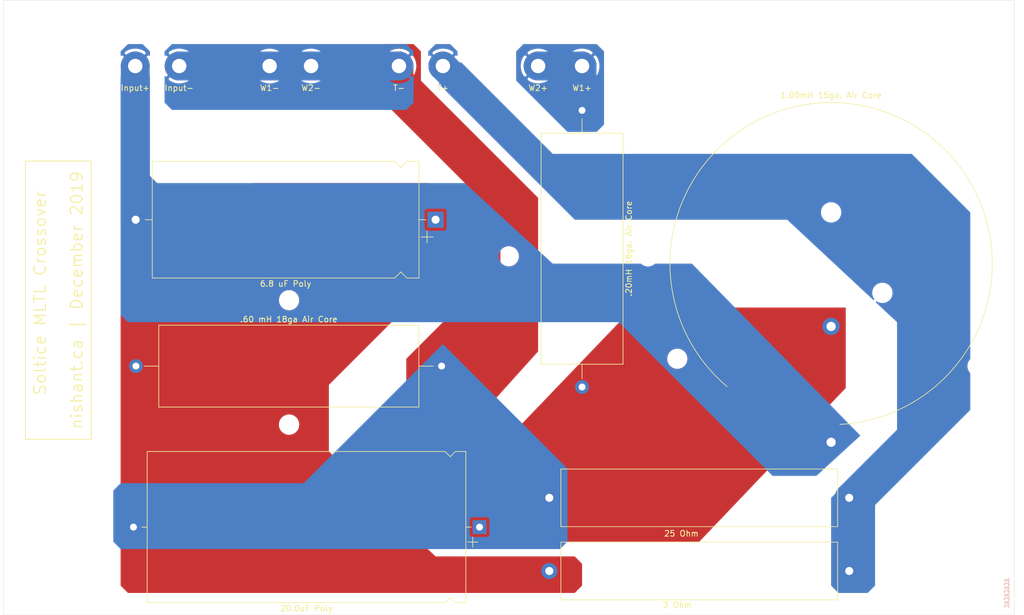
<source format=kicad_pcb>
(kicad_pcb (version 20171130) (host pcbnew "(5.1.4)-1")

  (general
    (thickness 1.6)
    (drawings 11)
    (tracks 43)
    (zones 0)
    (modules 37)
    (nets 7)
  )

  (page A4)
  (layers
    (0 F.Cu signal)
    (31 B.Cu signal)
    (32 B.Adhes user)
    (33 F.Adhes user hide)
    (34 B.Paste user)
    (35 F.Paste user)
    (36 B.SilkS user)
    (37 F.SilkS user)
    (38 B.Mask user)
    (39 F.Mask user)
    (44 Edge.Cuts user)
    (45 Margin user)
    (46 B.CrtYd user)
    (47 F.CrtYd user)
    (48 B.Fab user)
    (49 F.Fab user)
  )

  (setup
    (last_trace_width 0.25)
    (user_trace_width 3)
    (user_trace_width 5)
    (trace_clearance 0.2)
    (zone_clearance 0.508)
    (zone_45_only no)
    (trace_min 0.13)
    (via_size 0.8)
    (via_drill 0.4)
    (via_min_size 0.6)
    (via_min_drill 0.3)
    (uvia_size 0.3)
    (uvia_drill 0.1)
    (uvias_allowed no)
    (uvia_min_size 0.2)
    (uvia_min_drill 0.1)
    (edge_width 0.05)
    (segment_width 0.2)
    (pcb_text_width 0.3)
    (pcb_text_size 1.5 1.5)
    (mod_edge_width 0.153)
    (mod_text_size 0.82 0.82)
    (mod_text_width 0.153)
    (pad_size 1.524 1.524)
    (pad_drill 0.762)
    (pad_to_mask_clearance 0.051)
    (solder_mask_min_width 0.25)
    (aux_axis_origin 0 0)
    (visible_elements 7FFFFFFF)
    (pcbplotparams
      (layerselection 0x010fc_ffffffff)
      (usegerberextensions false)
      (usegerberattributes false)
      (usegerberadvancedattributes false)
      (creategerberjobfile false)
      (excludeedgelayer true)
      (linewidth 0.100000)
      (plotframeref false)
      (viasonmask false)
      (mode 1)
      (useauxorigin false)
      (hpglpennumber 1)
      (hpglpenspeed 20)
      (hpglpendiameter 15.000000)
      (psnegative false)
      (psa4output false)
      (plotreference true)
      (plotvalue true)
      (plotinvisibletext false)
      (padsonsilk false)
      (subtractmaskfromsilk false)
      (outputformat 1)
      (mirror false)
      (drillshape 0)
      (scaleselection 1)
      (outputdirectory "gerber/"))
  )

  (net 0 "")
  (net 1 "Net-(C1-Pad1)")
  (net 2 "Net-(C1-Pad2)")
  (net 3 "Net-(C2-Pad1)")
  (net 4 "Net-(C2-Pad2)")
  (net 5 "Net-(H5-Pad1)")
  (net 6 "Net-(H9-Pad1)")

  (net_class Default "This is the default net class."
    (clearance 0.2)
    (trace_width 0.25)
    (via_dia 0.8)
    (via_drill 0.4)
    (uvia_dia 0.3)
    (uvia_drill 0.1)
    (add_net "Net-(C1-Pad1)")
    (add_net "Net-(C1-Pad2)")
    (add_net "Net-(C2-Pad1)")
    (add_net "Net-(C2-Pad2)")
    (add_net "Net-(H5-Pad1)")
    (add_net "Net-(H9-Pad1)")
  )

  (module Inductor_THT:L_Axial_L30.0mm_D8.0mm_P5.08mm_Vertical_Fastron_77A (layer F.Cu) (tedit 5E252770) (tstamp 5DBBC327)
    (at 189.23 78.74 270)
    (descr "Inductor, Axial series, Axial, Vertical, pin pitch=5.08mm, , length*diameter=30*8mm^2, Fastron, 77A, http://cdn-reichelt.de/documents/datenblatt/B400/DS_77A.pdf")
    (tags "Inductor Axial series Axial Vertical pin pitch 5.08mm  length 30mm diameter 8mm Fastron 77A")
    (path /5DB919FB)
    (fp_text reference "1.00mH 15ga. Air Core" (at -29.21 0) (layer F.SilkS)
      (effects (font (size 1 1) (thickness 0.15)))
    )
    (fp_text value "1.00mH 15ga. Air Core" (at 2.54 5.12 90) (layer F.Fab)
      (effects (font (size 1 1) (thickness 0.15)))
    )
    (fp_arc (start 0 0) (end 27.9 -1.52) (angle -316.7) (layer F.SilkS) (width 0.12))
    (fp_circle (center 0 0) (end 28 0) (layer F.Fab) (width 0.1))
    (fp_line (start 12.32 0) (end 29.5 0) (layer F.Fab) (width 0.1))
    (fp_line (start -28.5 -28.5) (end -28.5 28.5) (layer F.CrtYd) (width 0.05))
    (fp_line (start -28.5 28.5) (end 33.5 28.5) (layer F.CrtYd) (width 0.05))
    (fp_line (start 33.5 28.5) (end 33.5 -28.5) (layer F.CrtYd) (width 0.05))
    (fp_line (start 33.5 -28.5) (end -28.5 -28.5) (layer F.CrtYd) (width 0.05))
    (fp_text user %R (at 0 0 90) (layer F.Fab)
      (effects (font (size 1 1) (thickness 0.15)))
    )
    (pad 1 thru_hole circle (at 10.9 0 270) (size 3 3) (drill 1.6) (layers *.Cu *.Mask)
      (net 3 "Net-(C2-Pad1)"))
    (pad 2 thru_hole circle (at 31 0 270) (size 3 3) (drill 1.6) (layers *.Cu *.Mask)
      (net 2 "Net-(C1-Pad2)"))
    (model ${KISYS3DMOD}/Inductor_THT.3dshapes/L_Axial_L30.0mm_D8.0mm_P5.08mm_Vertical_Fastron_77A.wrl
      (at (xyz 0 0 0))
      (scale (xyz 1 1 1))
      (rotate (xyz 0 0 0))
    )
  )

  (module MountingHole:MountingHole_2.5mm (layer F.Cu) (tedit 56D1B4CB) (tstamp 5DF4CC87)
    (at 88.9 38.1)
    (descr "Mounting Hole 2.5mm, no annular")
    (tags "mounting hole 2.5mm no annular")
    (attr virtual)
    (fp_text reference " " (at 0 -3.5) (layer F.SilkS)
      (effects (font (size 1 1) (thickness 0.15)))
    )
    (fp_text value MountingHole_2.5mm (at 0 3.5) (layer F.Fab)
      (effects (font (size 1 1) (thickness 0.15)))
    )
    (fp_text user %R (at 0.3 0) (layer F.Fab)
      (effects (font (size 1 1) (thickness 0.15)))
    )
    (fp_circle (center 0 0) (end 2.5 0) (layer Cmts.User) (width 0.15))
    (fp_circle (center 0 0) (end 2.75 0) (layer F.CrtYd) (width 0.05))
    (pad 1 np_thru_hole circle (at 0 0) (size 2.5 2.5) (drill 2.5) (layers *.Cu *.Mask))
  )

  (module MountingHole:MountingHole_2.5mm (layer F.Cu) (tedit 56D1B4CB) (tstamp 5DF4CC3C)
    (at 80.01 38.1)
    (descr "Mounting Hole 2.5mm, no annular")
    (tags "mounting hole 2.5mm no annular")
    (attr virtual)
    (fp_text reference " " (at 0 -3.5) (layer F.SilkS)
      (effects (font (size 1 1) (thickness 0.15)))
    )
    (fp_text value MountingHole_2.5mm (at 0 3.5) (layer F.Fab)
      (effects (font (size 1 1) (thickness 0.15)))
    )
    (fp_circle (center 0 0) (end 2.75 0) (layer F.CrtYd) (width 0.05))
    (fp_circle (center 0 0) (end 2.5 0) (layer Cmts.User) (width 0.15))
    (fp_text user %R (at 0 1.27) (layer F.Fab)
      (effects (font (size 1 1) (thickness 0.15)))
    )
    (pad 1 np_thru_hole circle (at 0 0) (size 2.5 2.5) (drill 2.5) (layers *.Cu *.Mask))
  )

  (module MountingHole:MountingHole_2.5mm (layer F.Cu) (tedit 56D1B4CB) (tstamp 5DF4CC2E)
    (at 64.77 38.1)
    (descr "Mounting Hole 2.5mm, no annular")
    (tags "mounting hole 2.5mm no annular")
    (attr virtual)
    (fp_text reference " " (at 0 -3.5) (layer F.SilkS)
      (effects (font (size 1 1) (thickness 0.15)))
    )
    (fp_text value MountingHole_2.5mm (at 0 3.5) (layer F.Fab)
      (effects (font (size 1 1) (thickness 0.15)))
    )
    (fp_text user %R (at 6.35 -1.27) (layer F.Fab)
      (effects (font (size 1 1) (thickness 0.15)))
    )
    (fp_circle (center 0 0) (end 2.5 0) (layer Cmts.User) (width 0.15))
    (fp_circle (center 0 0) (end 2.75 0) (layer F.CrtYd) (width 0.05))
    (pad 1 np_thru_hole circle (at 0 0) (size 2.5 2.5) (drill 2.5) (layers *.Cu *.Mask))
  )

  (module MountingHole:MountingHole_2.5mm (layer F.Cu) (tedit 56D1B4CB) (tstamp 5DF4CC20)
    (at 102.87 38.1)
    (descr "Mounting Hole 2.5mm, no annular")
    (tags "mounting hole 2.5mm no annular")
    (attr virtual)
    (fp_text reference " " (at 0 -3.5) (layer F.SilkS)
      (effects (font (size 1 1) (thickness 0.15)))
    )
    (fp_text value MountingHole_2.5mm (at 0 3.5) (layer F.Fab)
      (effects (font (size 1 1) (thickness 0.15)))
    )
    (fp_circle (center 0 0) (end 2.75 0) (layer F.CrtYd) (width 0.05))
    (fp_circle (center 0 0) (end 2.5 0) (layer Cmts.User) (width 0.15))
    (fp_text user %R (at 0.3 0) (layer F.Fab)
      (effects (font (size 1 1) (thickness 0.15)))
    )
    (pad 1 np_thru_hole circle (at 0 0) (size 2.5 2.5) (drill 2.5) (layers *.Cu *.Mask))
  )

  (module MountingHole:MountingHole_2.5mm (layer F.Cu) (tedit 56D1B4CB) (tstamp 5DF4CC12)
    (at 110.49 38.1)
    (descr "Mounting Hole 2.5mm, no annular")
    (tags "mounting hole 2.5mm no annular")
    (attr virtual)
    (fp_text reference " " (at 0 -3.5) (layer F.SilkS)
      (effects (font (size 1 1) (thickness 0.15)))
    )
    (fp_text value MountingHole_2.5mm (at 0 3.5) (layer F.Fab)
      (effects (font (size 1 1) (thickness 0.15)))
    )
    (fp_text user %R (at 1.27 0) (layer F.Fab)
      (effects (font (size 1 1) (thickness 0.15)))
    )
    (fp_circle (center 0 0) (end 2.5 0) (layer Cmts.User) (width 0.15))
    (fp_circle (center 0 0) (end 2.75 0) (layer F.CrtYd) (width 0.05))
    (pad 1 np_thru_hole circle (at 0 0) (size 2.5 2.5) (drill 2.5) (layers *.Cu *.Mask))
  )

  (module MountingHole:MountingHole_2.5mm (layer F.Cu) (tedit 56D1B4CB) (tstamp 5DF4CC04)
    (at 125.73 38.1)
    (descr "Mounting Hole 2.5mm, no annular")
    (tags "mounting hole 2.5mm no annular")
    (attr virtual)
    (fp_text reference " " (at 0 -3.5) (layer F.SilkS)
      (effects (font (size 1 1) (thickness 0.15)))
    )
    (fp_text value MountingHole_2.5mm (at 0 3.5) (layer F.Fab)
      (effects (font (size 1 1) (thickness 0.15)))
    )
    (fp_circle (center 0 0) (end 2.75 0) (layer F.CrtYd) (width 0.05))
    (fp_circle (center 0 0) (end 2.5 0) (layer Cmts.User) (width 0.15))
    (fp_text user %R (at 0.3 0) (layer F.Fab)
      (effects (font (size 1 1) (thickness 0.15)))
    )
    (pad 1 np_thru_hole circle (at 0 0) (size 2.5 2.5) (drill 2.5) (layers *.Cu *.Mask))
  )

  (module MountingHole:MountingHole_2.5mm (layer F.Cu) (tedit 56D1B4CB) (tstamp 5DF4CBF6)
    (at 134.62 38.1)
    (descr "Mounting Hole 2.5mm, no annular")
    (tags "mounting hole 2.5mm no annular")
    (attr virtual)
    (fp_text reference " " (at 0 -3.5) (layer F.SilkS)
      (effects (font (size 1 1) (thickness 0.15)))
    )
    (fp_text value MountingHole_2.5mm (at 0 3.5) (layer F.Fab)
      (effects (font (size 1 1) (thickness 0.15)))
    )
    (fp_text user %R (at 0.3 0) (layer F.Fab)
      (effects (font (size 1 1) (thickness 0.15)))
    )
    (fp_circle (center 0 0) (end 2.5 0) (layer Cmts.User) (width 0.15))
    (fp_circle (center 0 0) (end 2.75 0) (layer F.CrtYd) (width 0.05))
    (pad 1 np_thru_hole circle (at 0 0) (size 2.5 2.5) (drill 2.5) (layers *.Cu *.Mask))
  )

  (module MountingHole:MountingHole_2.5mm (layer F.Cu) (tedit 56D1B4CB) (tstamp 5DF4CBE8)
    (at 149.86 38.1)
    (descr "Mounting Hole 2.5mm, no annular")
    (tags "mounting hole 2.5mm no annular")
    (attr virtual)
    (fp_text reference " " (at 0 -3.5) (layer F.SilkS)
      (effects (font (size 1 1) (thickness 0.15)))
    )
    (fp_text value MountingHole_2.5mm (at 0 3.5) (layer F.Fab)
      (effects (font (size 1 1) (thickness 0.15)))
    )
    (fp_circle (center 0 0) (end 2.75 0) (layer F.CrtYd) (width 0.05))
    (fp_circle (center 0 0) (end 2.5 0) (layer Cmts.User) (width 0.15))
    (fp_text user %R (at 0.3 0) (layer F.Fab)
      (effects (font (size 1 1) (thickness 0.15)))
    )
    (pad 1 np_thru_hole circle (at 0 0) (size 2.5 2.5) (drill 2.5) (layers *.Cu *.Mask))
  )

  (module MountingHole:MountingHole_2.5mm (layer F.Cu) (tedit 56D1B4CB) (tstamp 5DF4C6EE)
    (at 95.25 106.68)
    (descr "Mounting Hole 2.5mm, no annular")
    (tags "mounting hole 2.5mm no annular")
    (attr virtual)
    (fp_text reference " " (at 0 -3.5) (layer F.SilkS)
      (effects (font (size 1 1) (thickness 0.15)))
    )
    (fp_text value MountingHole_2.5mm (at 0 3.5) (layer F.Fab)
      (effects (font (size 1 1) (thickness 0.15)))
    )
    (fp_text user %R (at 0.3 0) (layer F.Fab)
      (effects (font (size 1 1) (thickness 0.15)))
    )
    (fp_circle (center 0 0) (end 2.5 0) (layer Cmts.User) (width 0.15))
    (fp_circle (center 0 0) (end 2.75 0) (layer F.CrtYd) (width 0.05))
    (pad 1 np_thru_hole circle (at 0 0) (size 2.5 2.5) (drill 2.5) (layers *.Cu *.Mask))
  )

  (module MountingHole:MountingHole_2.5mm (layer F.Cu) (tedit 56D1B4CB) (tstamp 5DF4C6E0)
    (at 95.25 85.09)
    (descr "Mounting Hole 2.5mm, no annular")
    (tags "mounting hole 2.5mm no annular")
    (attr virtual)
    (fp_text reference " " (at 0 -3.5) (layer F.SilkS)
      (effects (font (size 1 1) (thickness 0.15)))
    )
    (fp_text value MountingHole_2.5mm (at 0 3.5) (layer F.Fab)
      (effects (font (size 1 1) (thickness 0.15)))
    )
    (fp_circle (center 0 0) (end 2.75 0) (layer F.CrtYd) (width 0.05))
    (fp_circle (center 0 0) (end 2.5 0) (layer Cmts.User) (width 0.15))
    (fp_text user %R (at 0.3 0) (layer F.Fab)
      (effects (font (size 1 1) (thickness 0.15)))
    )
    (pad 1 np_thru_hole circle (at 0 0) (size 2.5 2.5) (drill 2.5) (layers *.Cu *.Mask))
  )

  (module MountingHole:MountingHole_2.5mm (layer F.Cu) (tedit 56D1B4CB) (tstamp 5DF4C6D2)
    (at 157.48 77.47)
    (descr "Mounting Hole 2.5mm, no annular")
    (tags "mounting hole 2.5mm no annular")
    (attr virtual)
    (fp_text reference " " (at 0 -3.5) (layer F.SilkS)
      (effects (font (size 1 1) (thickness 0.15)))
    )
    (fp_text value MountingHole_2.5mm (at 0 3.5) (layer F.Fab)
      (effects (font (size 1 1) (thickness 0.15)))
    )
    (fp_text user %R (at 0.3 0) (layer F.Fab)
      (effects (font (size 1 1) (thickness 0.15)))
    )
    (fp_circle (center 0 0) (end 2.5 0) (layer Cmts.User) (width 0.15))
    (fp_circle (center 0 0) (end 2.75 0) (layer F.CrtYd) (width 0.05))
    (pad 1 np_thru_hole circle (at 0 0) (size 2.5 2.5) (drill 2.5) (layers *.Cu *.Mask))
  )

  (module MountingHole:MountingHole_2.5mm (layer F.Cu) (tedit 56D1B4CB) (tstamp 5DF4C6C4)
    (at 133.35 77.47)
    (descr "Mounting Hole 2.5mm, no annular")
    (tags "mounting hole 2.5mm no annular")
    (attr virtual)
    (fp_text reference " " (at 0 -3.5) (layer F.SilkS)
      (effects (font (size 1 1) (thickness 0.15)))
    )
    (fp_text value MountingHole_2.5mm (at 0 3.5) (layer F.Fab)
      (effects (font (size 1 1) (thickness 0.15)))
    )
    (fp_circle (center 0 0) (end 2.75 0) (layer F.CrtYd) (width 0.05))
    (fp_circle (center 0 0) (end 2.5 0) (layer Cmts.User) (width 0.15))
    (fp_text user %R (at 0.3 0) (layer F.Fab)
      (effects (font (size 1 1) (thickness 0.15)))
    )
    (pad 1 np_thru_hole circle (at 0 0) (size 2.5 2.5) (drill 2.5) (layers *.Cu *.Mask))
  )

  (module MountingHole:MountingHole_2.5mm (layer F.Cu) (tedit 56D1B4CB) (tstamp 5DF4C652)
    (at 189.23 45.72)
    (descr "Mounting Hole 2.5mm, no annular")
    (tags "mounting hole 2.5mm no annular")
    (attr virtual)
    (fp_text reference " " (at 0 -3.5) (layer F.SilkS)
      (effects (font (size 1 1) (thickness 0.15)))
    )
    (fp_text value MountingHole_2.5mm (at 0 3.5) (layer F.Fab)
      (effects (font (size 1 1) (thickness 0.15)))
    )
    (fp_text user %R (at 0.3 0) (layer F.Fab)
      (effects (font (size 1 1) (thickness 0.15)))
    )
    (fp_circle (center 0 0) (end 2.5 0) (layer Cmts.User) (width 0.15))
    (fp_circle (center 0 0) (end 2.75 0) (layer F.CrtYd) (width 0.05))
    (pad 1 np_thru_hole circle (at 0 0) (size 2.5 2.5) (drill 2.5) (layers *.Cu *.Mask))
  )

  (module MountingHole:MountingHole_2.5mm (layer F.Cu) (tedit 56D1B4CB) (tstamp 5DF4C644)
    (at 214.63 96.52)
    (descr "Mounting Hole 2.5mm, no annular")
    (tags "mounting hole 2.5mm no annular")
    (attr virtual)
    (fp_text reference " " (at 0 -3.5) (layer F.SilkS)
      (effects (font (size 1 1) (thickness 0.15)))
    )
    (fp_text value MountingHole_2.5mm (at 0 3.5) (layer F.Fab)
      (effects (font (size 1 1) (thickness 0.15)))
    )
    (fp_circle (center 0 0) (end 2.75 0) (layer F.CrtYd) (width 0.05))
    (fp_circle (center 0 0) (end 2.5 0) (layer Cmts.User) (width 0.15))
    (fp_text user %R (at 0.3 0) (layer F.Fab)
      (effects (font (size 1 1) (thickness 0.15)))
    )
    (pad 1 np_thru_hole circle (at 0 0) (size 2.5 2.5) (drill 2.5) (layers *.Cu *.Mask))
  )

  (module MountingHole:MountingHole_2.5mm (layer F.Cu) (tedit 56D1B4CB) (tstamp 5DF4C636)
    (at 198.12 83.82)
    (descr "Mounting Hole 2.5mm, no annular")
    (tags "mounting hole 2.5mm no annular")
    (attr virtual)
    (fp_text reference " " (at 0 -3.5) (layer F.SilkS)
      (effects (font (size 1 1) (thickness 0.15)))
    )
    (fp_text value MountingHole_2.5mm (at 0 3.5) (layer F.Fab)
      (effects (font (size 1 1) (thickness 0.15)))
    )
    (fp_text user %R (at 0.3 0) (layer F.Fab)
      (effects (font (size 1 1) (thickness 0.15)))
    )
    (fp_circle (center 0 0) (end 2.5 0) (layer Cmts.User) (width 0.15))
    (fp_circle (center 0 0) (end 2.75 0) (layer F.CrtYd) (width 0.05))
    (pad 1 np_thru_hole circle (at 0 0) (size 2.5 2.5) (drill 2.5) (layers *.Cu *.Mask))
  )

  (module MountingHole:MountingHole_2.5mm (layer F.Cu) (tedit 56D1B4CB) (tstamp 5DF4C57F)
    (at 162.56 95.25)
    (descr "Mounting Hole 2.5mm, no annular")
    (tags "mounting hole 2.5mm no annular")
    (attr virtual)
    (fp_text reference " " (at 0 -3.5) (layer F.SilkS)
      (effects (font (size 1 1) (thickness 0.15)))
    )
    (fp_text value MountingHole_2.5mm (at 0 3.5) (layer F.Fab)
      (effects (font (size 1 1) (thickness 0.15)))
    )
    (fp_text user %R (at 0.3 0) (layer F.Fab)
      (effects (font (size 1 1) (thickness 0.15)))
    )
    (fp_circle (center 0 0) (end 2.5 0) (layer Cmts.User) (width 0.15))
    (fp_circle (center 0 0) (end 2.75 0) (layer F.CrtYd) (width 0.05))
    (pad 1 np_thru_hole circle (at 0 0) (size 2.5 2.5) (drill 2.5) (layers *.Cu *.Mask))
  )

  (module MountingHole:MountingHole_2.5mm (layer F.Cu) (tedit 56D1B4CB) (tstamp 5DF4C57C)
    (at 180.34 83.82)
    (descr "Mounting Hole 2.5mm, no annular")
    (tags "mounting hole 2.5mm no annular")
    (attr virtual)
    (fp_text reference " " (at 0 -3.5) (layer F.SilkS)
      (effects (font (size 1 1) (thickness 0.15)))
    )
    (fp_text value MountingHole_2.5mm (at 0 3.5) (layer F.Fab)
      (effects (font (size 1 1) (thickness 0.15)))
    )
    (fp_circle (center 0 0) (end 2.75 0) (layer F.CrtYd) (width 0.05))
    (fp_circle (center 0 0) (end 2.5 0) (layer Cmts.User) (width 0.15))
    (fp_text user %R (at 0.3 0) (layer F.Fab)
      (effects (font (size 1 1) (thickness 0.15)))
    )
    (pad 1 np_thru_hole circle (at 0 0) (size 2.5 2.5) (drill 2.5) (layers *.Cu *.Mask))
  )

  (module MountingHole:MountingHole_2.5mm (layer F.Cu) (tedit 56D1B4CB) (tstamp 5DF4C55F)
    (at 189.23 69.85)
    (descr "Mounting Hole 2.5mm, no annular")
    (tags "mounting hole 2.5mm no annular")
    (attr virtual)
    (fp_text reference " " (at 0 -3.5) (layer F.SilkS)
      (effects (font (size 1 1) (thickness 0.15)))
    )
    (fp_text value MountingHole_2.5mm (at 0 3.5) (layer F.Fab)
      (effects (font (size 1 1) (thickness 0.15)))
    )
    (fp_circle (center 0 0) (end 2.75 0) (layer F.CrtYd) (width 0.05))
    (fp_circle (center 0 0) (end 2.5 0) (layer Cmts.User) (width 0.15))
    (fp_text user %R (at 0.3 0) (layer F.Fab)
      (effects (font (size 1 1) (thickness 0.15)))
    )
    (pad 1 np_thru_hole circle (at 0 0) (size 2.5 2.5) (drill 2.5) (layers *.Cu *.Mask))
  )

  (module MountingHole:MountingHole_6.4mm_M6 (layer F.Cu) (tedit 56D1B4CB) (tstamp 5DF1D4FE)
    (at 212.09 41.91)
    (descr "Mounting Hole 6.4mm, no annular, M6")
    (tags "mounting hole 6.4mm no annular m6")
    (attr virtual)
    (fp_text reference " " (at 0 -7.4) (layer F.SilkS)
      (effects (font (size 1 1) (thickness 0.15)))
    )
    (fp_text value MountingHole_6.4mm_M6 (at 0 7.4) (layer F.Fab)
      (effects (font (size 1 1) (thickness 0.15)))
    )
    (fp_circle (center 0 0) (end 6.65 0) (layer F.CrtYd) (width 0.05))
    (fp_circle (center 0 0) (end 6.4 0) (layer Cmts.User) (width 0.15))
    (fp_text user %R (at 0.3 1.27) (layer F.Fab)
      (effects (font (size 1 1) (thickness 0.15)))
    )
    (pad 1 np_thru_hole circle (at 0 0) (size 6.4 6.4) (drill 6.4) (layers *.Cu *.Mask))
  )

  (module MountingHole:MountingHole_6.4mm_M6 (layer F.Cu) (tedit 56D1B4CB) (tstamp 5DF1D9E0)
    (at 54.61 129.54)
    (descr "Mounting Hole 6.4mm, no annular, M6")
    (tags "mounting hole 6.4mm no annular m6")
    (attr virtual)
    (fp_text reference " " (at 0 -7.4) (layer F.SilkS)
      (effects (font (size 1 1) (thickness 0.15)))
    )
    (fp_text value MountingHole_6.4mm_M6 (at 0 7.4) (layer F.Fab)
      (effects (font (size 1 1) (thickness 0.15)))
    )
    (fp_circle (center 0 0) (end 6.65 0) (layer F.CrtYd) (width 0.05))
    (fp_circle (center 0 0) (end 6.4 0) (layer Cmts.User) (width 0.15))
    (fp_text user %R (at 0.3 0) (layer F.Fab)
      (effects (font (size 1 1) (thickness 0.15)))
    )
    (pad 1 np_thru_hole circle (at 0 0) (size 6.4 6.4) (drill 6.4) (layers *.Cu *.Mask))
  )

  (module MountingHole:MountingHole_6.4mm_M6 (layer F.Cu) (tedit 56D1B4CB) (tstamp 5DF1D4C4)
    (at 54.61 41.91)
    (descr "Mounting Hole 6.4mm, no annular, M6")
    (tags "mounting hole 6.4mm no annular m6")
    (attr virtual)
    (fp_text reference " " (at 0 -7.4) (layer F.SilkS)
      (effects (font (size 1 1) (thickness 0.15)))
    )
    (fp_text value MountingHole_6.4mm_M6 (at 0 7.4) (layer F.Fab)
      (effects (font (size 1 1) (thickness 0.15)))
    )
    (fp_circle (center 0 0) (end 6.65 0) (layer F.CrtYd) (width 0.05))
    (fp_circle (center 0 0) (end 6.4 0) (layer Cmts.User) (width 0.15))
    (fp_text user %R (at 0.3 0) (layer F.Fab)
      (effects (font (size 1 1) (thickness 0.15)))
    )
    (pad 1 np_thru_hole circle (at 0 0) (size 6.4 6.4) (drill 6.4) (layers *.Cu *.Mask))
  )

  (module MountingHole:MountingHole_6.4mm_M6 (layer F.Cu) (tedit 56D1B4CB) (tstamp 5DF1D6A9)
    (at 212.09 129.54)
    (descr "Mounting Hole 6.4mm, no annular, M6")
    (tags "mounting hole 6.4mm no annular m6")
    (attr virtual)
    (fp_text reference " " (at 0 -7.4) (layer F.SilkS)
      (effects (font (size 1 1) (thickness 0.15)))
    )
    (fp_text value MountingHole_6.4mm_M6 (at 0 7.4) (layer F.Fab)
      (effects (font (size 1 1) (thickness 0.15)))
    )
    (fp_circle (center 0 0) (end 6.65 0) (layer F.CrtYd) (width 0.05))
    (fp_circle (center 0 0) (end 6.4 0) (layer Cmts.User) (width 0.15))
    (fp_text user %R (at 0 0) (layer F.Fab)
      (effects (font (size 1 1) (thickness 0.15)))
    )
    (pad 1 np_thru_hole circle (at 0 0) (size 6.4 6.4) (drill 6.4) (layers *.Cu *.Mask))
  )

  (module Inductor_THT:L_Axial_L29.9mm_D14.0mm_P38.00mm_Horizontal_Vishay_IHA-105 (layer F.Cu) (tedit 5DF07934) (tstamp 5DBBC355)
    (at 146.05 57.15 270)
    (descr "Inductor, Axial series, Axial, Horizontal, pin pitch=38mm, , length*diameter=29.85*13.97mm^2, Vishay, IHA-105, http://www.vishay.com/docs/34014/iha.pdf")
    (tags "Inductor Axial series Axial Horizontal pin pitch 38mm  length 29.85mm diameter 13.97mm Vishay IHA-105")
    (path /5DB9212E)
    (fp_text reference ".20mH 18ga. Air Core" (at 19 -8.105 270) (layer F.SilkS)
      (effects (font (size 1 1) (thickness 0.15)))
    )
    (fp_text value ".20mH 18ga. Air Core" (at 19 8.105 270) (layer F.Fab)
      (effects (font (size 1 1) (thickness 0.15)))
    )
    (fp_line (start -0.925 -6.985) (end -0.925 6.985) (layer F.Fab) (width 0.1))
    (fp_line (start -0.925 6.985) (end 38.925 6.985) (layer F.Fab) (width 0.1))
    (fp_line (start 38.925 6.985) (end 38.925 -6.985) (layer F.Fab) (width 0.1))
    (fp_line (start 38.925 -6.985) (end -0.925 -6.985) (layer F.Fab) (width 0.1))
    (fp_line (start -5 0) (end -0.925 0) (layer F.Fab) (width 0.1))
    (fp_line (start 43 0) (end 38.925 0) (layer F.Fab) (width 0.1))
    (fp_line (start -1.045 -7.105) (end -1.045 7.105) (layer F.SilkS) (width 0.12))
    (fp_line (start -1.045 7.105) (end 39.045 7.105) (layer F.SilkS) (width 0.12))
    (fp_line (start 39.045 7.105) (end 39.045 -7.105) (layer F.SilkS) (width 0.12))
    (fp_line (start 39.045 -7.105) (end -1.045 -7.105) (layer F.SilkS) (width 0.12))
    (fp_line (start -3.56 0) (end -1.045 0) (layer F.SilkS) (width 0.12))
    (fp_line (start 41.56 0) (end 39.045 0) (layer F.SilkS) (width 0.12))
    (fp_line (start -6.45 -7.24) (end -6.45 7.24) (layer F.CrtYd) (width 0.05))
    (fp_line (start -6.45 7.24) (end 44.45 7.24) (layer F.CrtYd) (width 0.05))
    (fp_line (start 44.45 7.24) (end 44.45 -7.24) (layer F.CrtYd) (width 0.05))
    (fp_line (start 44.45 -7.24) (end -6.45 -7.24) (layer F.CrtYd) (width 0.05))
    (fp_text user %R (at 19 0 270) (layer F.Fab)
      (effects (font (size 1 1) (thickness 0.15)))
    )
    (pad 1 thru_hole circle (at -5 0 270) (size 2.4 2.4) (drill 1.2) (layers *.Cu *.Mask)
      (net 5 "Net-(H5-Pad1)"))
    (pad 2 thru_hole oval (at 43 0 270) (size 2.4 2.4) (drill 1.2) (layers *.Cu *.Mask)
      (net 3 "Net-(C2-Pad1)"))
    (model ${KISYS3DMOD}/Inductor_THT.3dshapes/L_Axial_L29.9mm_D14.0mm_P38.00mm_Horizontal_Vishay_IHA-105.wrl
      (at (xyz 0 0 0))
      (scale (xyz 1 1 1))
      (rotate (xyz 0 0 0))
    )
  )

  (module Resistor_THT:R_Box_L26.0mm_W5.0mm_P20.00mm (layer F.Cu) (tedit 5DF076B9) (tstamp 5DBBC368)
    (at 166.37 132.08 180)
    (descr "Resistor, Box series, Radial, pin pitch=20.00mm, 10W, length*width=26.0*5.0mm^2, http://www.produktinfo.conrad.com/datenblaetter/425000-449999/443860-da-01-de-METALLBAND_WIDERSTAND_0_1_OHM_5W_5Pr.pdf")
    (tags "Resistor Box series Radial pin pitch 20.00mm 10W length 26.0mm width 5.0mm")
    (path /5DB940E3)
    (fp_text reference "3 Ohm" (at 3.8 -5.9) (layer F.SilkS)
      (effects (font (size 1 1) (thickness 0.15)))
    )
    (fp_text value "3 Ohm" (at -1.2 -5.9) (layer F.Fab)
      (effects (font (size 1 1) (thickness 0.15)))
    )
    (fp_text user %R (at 3.8 -5.9) (layer F.Fab)
      (effects (font (size 1 1) (thickness 0.15)))
    )
    (fp_line (start 24 -5) (end -24 -5) (layer F.CrtYd) (width 0.05))
    (fp_line (start 24 5) (end 24 -5) (layer F.CrtYd) (width 0.05))
    (fp_line (start -24 5) (end 24 5) (layer F.CrtYd) (width 0.05))
    (fp_line (start -24 -5) (end -24 5) (layer F.CrtYd) (width 0.05))
    (fp_line (start 24 -5) (end 24 5) (layer F.SilkS) (width 0.12))
    (fp_line (start -24 -5) (end -24 5) (layer F.SilkS) (width 0.12))
    (fp_line (start -24 5) (end 24 5) (layer F.SilkS) (width 0.12))
    (fp_line (start -24 -5) (end 24 -5) (layer F.SilkS) (width 0.12))
    (fp_line (start 24 -5) (end -24 -5) (layer F.Fab) (width 0.1))
    (fp_line (start 24 5) (end 24 -5) (layer F.Fab) (width 0.1))
    (fp_line (start -24 5) (end 24 5) (layer F.Fab) (width 0.1))
    (fp_line (start -24 -5) (end -24 5) (layer F.Fab) (width 0.1))
    (pad 2 thru_hole circle (at 26 0 180) (size 2.8 2.8) (drill 1.4) (layers *.Cu *.Mask)
      (net 1 "Net-(C1-Pad1)"))
    (pad 1 thru_hole circle (at -26 0 180) (size 2.8 2.8) (drill 1.4) (layers *.Cu *.Mask)
      (net 6 "Net-(H9-Pad1)"))
    (model ${KISYS3DMOD}/Resistor_THT.3dshapes/R_Box_L26.0mm_W5.0mm_P20.00mm.wrl
      (at (xyz 0 0 0))
      (scale (xyz 1 1 1))
      (rotate (xyz 0 0 0))
    )
  )

  (module Resistor_THT:R_Box_L26.0mm_W5.0mm_P20.00mm (layer F.Cu) (tedit 5DF0765D) (tstamp 5DDF376A)
    (at 166.37 119.38)
    (descr "Resistor, Box series, Radial, pin pitch=20.00mm, 10W, length*width=26.0*5.0mm^2, http://www.produktinfo.conrad.com/datenblaetter/425000-449999/443860-da-01-de-METALLBAND_WIDERSTAND_0_1_OHM_5W_5Pr.pdf")
    (tags "Resistor Box series Radial pin pitch 20.00mm 10W length 26.0mm width 5.0mm")
    (path /5DBC0C77)
    (fp_text reference "25 Ohm" (at -3.1 6.2 180) (layer F.SilkS)
      (effects (font (size 1 1) (thickness 0.15)))
    )
    (fp_text value "25 Ohm" (at 1.8 6.2 180) (layer F.Fab)
      (effects (font (size 1 1) (thickness 0.15)))
    )
    (fp_text user %R (at -3.1 6.2 180) (layer F.Fab)
      (effects (font (size 1 1) (thickness 0.15)))
    )
    (fp_line (start 24 -5) (end -24 -5) (layer F.CrtYd) (width 0.05))
    (fp_line (start 24 5) (end 24 -5) (layer F.CrtYd) (width 0.05))
    (fp_line (start -24 5) (end 24 5) (layer F.CrtYd) (width 0.05))
    (fp_line (start -24 -5) (end -24 5) (layer F.CrtYd) (width 0.05))
    (fp_line (start 24 -5) (end 24 5) (layer F.SilkS) (width 0.12))
    (fp_line (start -24 -5) (end -24 5) (layer F.SilkS) (width 0.12))
    (fp_line (start -24 5) (end 24 5) (layer F.SilkS) (width 0.12))
    (fp_line (start -24 -5) (end 24 -5) (layer F.SilkS) (width 0.12))
    (fp_line (start 24 -5) (end -24 -5) (layer F.Fab) (width 0.1))
    (fp_line (start 24 5) (end 24 -5) (layer F.Fab) (width 0.1))
    (fp_line (start -24 5) (end 24 5) (layer F.Fab) (width 0.1))
    (fp_line (start -24 -5) (end -24 5) (layer F.Fab) (width 0.1))
    (pad 2 thru_hole circle (at 26 0) (size 2.8 2.8) (drill 1.4) (layers *.Cu *.Mask)
      (net 6 "Net-(H9-Pad1)"))
    (pad 1 thru_hole circle (at -26 0) (size 2.8 2.8) (drill 1.4) (layers *.Cu *.Mask)
      (net 4 "Net-(C2-Pad2)"))
    (model ${KISYS3DMOD}/Resistor_THT.3dshapes/R_Box_L26.0mm_W5.0mm_P20.00mm.wrl
      (at (xyz 0 0 0))
      (scale (xyz 1 1 1))
      (rotate (xyz 0 0 0))
    )
  )

  (module Inductor_THT:L_Axial_L29.9mm_D14.0mm_P38.00mm_Horizontal_Vishay_IHA-105 (layer F.Cu) (tedit 5DF072F6) (tstamp 5DBBC33E)
    (at 76.2 96.52)
    (descr "Inductor, Axial series, Axial, Horizontal, pin pitch=38mm, , length*diameter=29.85*13.97mm^2, Vishay, IHA-105, http://www.vishay.com/docs/34014/iha.pdf")
    (tags "Inductor Axial series Axial Horizontal pin pitch 38mm  length 29.85mm diameter 13.97mm Vishay IHA-105")
    (path /5DB92799)
    (fp_text reference ".60 mH 18ga Air Core" (at 19 -8.105 180) (layer F.SilkS)
      (effects (font (size 1 1) (thickness 0.15)))
    )
    (fp_text value ".60 mH 18ga Air Core" (at 19 8.105 180) (layer F.Fab)
      (effects (font (size 1 1) (thickness 0.15)))
    )
    (fp_text user %R (at 19 0 180) (layer F.Fab)
      (effects (font (size 1 1) (thickness 0.15)))
    )
    (fp_line (start 46.95 -7.24) (end -8.95 -7.24) (layer F.CrtYd) (width 0.05))
    (fp_line (start 46.95 7.24) (end 46.95 -7.24) (layer F.CrtYd) (width 0.05))
    (fp_line (start -8.95 7.24) (end 46.95 7.24) (layer F.CrtYd) (width 0.05))
    (fp_line (start -8.95 -7.24) (end -8.95 7.24) (layer F.CrtYd) (width 0.05))
    (fp_line (start 44.06 0) (end 41.545 0) (layer F.SilkS) (width 0.12))
    (fp_line (start -6.06 0) (end -3.545 0) (layer F.SilkS) (width 0.12))
    (fp_line (start 41.545 -7.105) (end -3.545 -7.105) (layer F.SilkS) (width 0.12))
    (fp_line (start 41.545 7.105) (end 41.545 -7.105) (layer F.SilkS) (width 0.12))
    (fp_line (start -3.545 7.105) (end 41.545 7.105) (layer F.SilkS) (width 0.12))
    (fp_line (start -3.545 -7.105) (end -3.545 7.105) (layer F.SilkS) (width 0.12))
    (fp_line (start 45.5 0) (end 41.425 0) (layer F.Fab) (width 0.1))
    (fp_line (start -7.5 0) (end -3.425 0) (layer F.Fab) (width 0.1))
    (fp_line (start 41.425 -6.985) (end -3.425 -6.985) (layer F.Fab) (width 0.1))
    (fp_line (start 41.425 6.985) (end 41.425 -6.985) (layer F.Fab) (width 0.1))
    (fp_line (start -3.425 6.985) (end 41.425 6.985) (layer F.Fab) (width 0.1))
    (fp_line (start -3.425 -6.985) (end -3.425 6.985) (layer F.Fab) (width 0.1))
    (pad 2 thru_hole oval (at 45.5 0) (size 2.4 2.4) (drill 1.2) (layers *.Cu *.Mask)
      (net 4 "Net-(C2-Pad2)"))
    (pad 1 thru_hole circle (at -7.5 0) (size 2.4 2.4) (drill 1.2) (layers *.Cu *.Mask)
      (net 1 "Net-(C1-Pad1)"))
    (model ${KISYS3DMOD}/Inductor_THT.3dshapes/L_Axial_L29.9mm_D14.0mm_P38.00mm_Horizontal_Vishay_IHA-105.wrl
      (at (xyz 0 0 0))
      (scale (xyz 1 1 1))
      (rotate (xyz 0 0 0))
    )
  )

  (module Capacitor_THT:CP_Axial_L46.0mm_D20.0mm_P52.00mm_Horizontal (layer F.Cu) (tedit 5AE50EF2) (tstamp 5DBBC2B2)
    (at 120.65 71.12 180)
    (descr "CP, Axial series, Axial, Horizontal, pin pitch=52mm, , length*diameter=46*20mm^2, Electrolytic Capacitor")
    (tags "CP Axial series Axial Horizontal pin pitch 52mm  length 46mm diameter 20mm Electrolytic Capacitor")
    (path /5DB93B2C)
    (fp_text reference "6.8 uF Poly" (at 26 -11.12) (layer F.SilkS)
      (effects (font (size 1 1) (thickness 0.15)))
    )
    (fp_text value "6.8 uF Poly" (at 26 11.12) (layer F.Fab)
      (effects (font (size 1 1) (thickness 0.15)))
    )
    (fp_line (start 3 -10) (end 3 10) (layer F.Fab) (width 0.1))
    (fp_line (start 49 -10) (end 49 10) (layer F.Fab) (width 0.1))
    (fp_line (start 3 -10) (end 4.98 -10) (layer F.Fab) (width 0.1))
    (fp_line (start 4.98 -10) (end 6.03 -8.95) (layer F.Fab) (width 0.1))
    (fp_line (start 6.03 -8.95) (end 7.08 -10) (layer F.Fab) (width 0.1))
    (fp_line (start 7.08 -10) (end 49 -10) (layer F.Fab) (width 0.1))
    (fp_line (start 3 10) (end 4.98 10) (layer F.Fab) (width 0.1))
    (fp_line (start 4.98 10) (end 6.03 8.95) (layer F.Fab) (width 0.1))
    (fp_line (start 6.03 8.95) (end 7.08 10) (layer F.Fab) (width 0.1))
    (fp_line (start 7.08 10) (end 49 10) (layer F.Fab) (width 0.1))
    (fp_line (start 0 0) (end 3 0) (layer F.Fab) (width 0.1))
    (fp_line (start 52 0) (end 49 0) (layer F.Fab) (width 0.1))
    (fp_line (start 5 0) (end 7.1 0) (layer F.Fab) (width 0.1))
    (fp_line (start 6.05 -1.05) (end 6.05 1.05) (layer F.Fab) (width 0.1))
    (fp_line (start 0.43 -3) (end 2.53 -3) (layer F.SilkS) (width 0.12))
    (fp_line (start 1.48 -4.05) (end 1.48 -1.95) (layer F.SilkS) (width 0.12))
    (fp_line (start 2.88 -10.12) (end 2.88 10.12) (layer F.SilkS) (width 0.12))
    (fp_line (start 49.12 -10.12) (end 49.12 10.12) (layer F.SilkS) (width 0.12))
    (fp_line (start 2.88 -10.12) (end 4.98 -10.12) (layer F.SilkS) (width 0.12))
    (fp_line (start 4.98 -10.12) (end 6.03 -9.07) (layer F.SilkS) (width 0.12))
    (fp_line (start 6.03 -9.07) (end 7.08 -10.12) (layer F.SilkS) (width 0.12))
    (fp_line (start 7.08 -10.12) (end 49.12 -10.12) (layer F.SilkS) (width 0.12))
    (fp_line (start 2.88 10.12) (end 4.98 10.12) (layer F.SilkS) (width 0.12))
    (fp_line (start 4.98 10.12) (end 6.03 9.07) (layer F.SilkS) (width 0.12))
    (fp_line (start 6.03 9.07) (end 7.08 10.12) (layer F.SilkS) (width 0.12))
    (fp_line (start 7.08 10.12) (end 49.12 10.12) (layer F.SilkS) (width 0.12))
    (fp_line (start 1.64 0) (end 2.88 0) (layer F.SilkS) (width 0.12))
    (fp_line (start 50.36 0) (end 49.12 0) (layer F.SilkS) (width 0.12))
    (fp_line (start -1.65 -10.25) (end -1.65 10.25) (layer F.CrtYd) (width 0.05))
    (fp_line (start -1.65 10.25) (end 53.65 10.25) (layer F.CrtYd) (width 0.05))
    (fp_line (start 53.65 10.25) (end 53.65 -10.25) (layer F.CrtYd) (width 0.05))
    (fp_line (start 53.65 -10.25) (end -1.65 -10.25) (layer F.CrtYd) (width 0.05))
    (fp_text user %R (at 26 0) (layer F.Fab)
      (effects (font (size 1 1) (thickness 0.15)))
    )
    (pad 1 thru_hole rect (at 0 0 180) (size 2.8 2.8) (drill 1.4) (layers *.Cu *.Mask)
      (net 1 "Net-(C1-Pad1)"))
    (pad 2 thru_hole oval (at 52 0 180) (size 2.8 2.8) (drill 1.4) (layers *.Cu *.Mask)
      (net 2 "Net-(C1-Pad2)"))
    (model ${KISYS3DMOD}/Capacitor_THT.3dshapes/CP_Axial_L46.0mm_D20.0mm_P52.00mm_Horizontal.wrl
      (at (xyz 0 0 0))
      (scale (xyz 1 1 1))
      (rotate (xyz 0 0 0))
    )
  )

  (module Capacitor_THT:CP_Axial_L55.0mm_D26.0mm_P60.00mm_Horizontal (layer F.Cu) (tedit 5AE50EF2) (tstamp 5DBBC2D9)
    (at 128.27 124.46 180)
    (descr "CP, Axial series, Axial, Horizontal, pin pitch=60mm, , length*diameter=55*26mm^2, Electrolytic Capacitor, , http://www.vishay.com/docs/42037/53d.pdf")
    (tags "CP Axial series Axial Horizontal pin pitch 60mm  length 55mm diameter 26mm Electrolytic Capacitor")
    (path /5DB92EEB)
    (fp_text reference "20.0uF Poly" (at 30 -14.12) (layer F.SilkS)
      (effects (font (size 1 1) (thickness 0.15)))
    )
    (fp_text value "20.0uF Poly" (at 30 14.12) (layer F.Fab)
      (effects (font (size 1 1) (thickness 0.15)))
    )
    (fp_line (start 2.5 -13) (end 2.5 13) (layer F.Fab) (width 0.1))
    (fp_line (start 57.5 -13) (end 57.5 13) (layer F.Fab) (width 0.1))
    (fp_line (start 2.5 -13) (end 4.18 -13) (layer F.Fab) (width 0.1))
    (fp_line (start 4.18 -13) (end 5.08 -12.1) (layer F.Fab) (width 0.1))
    (fp_line (start 5.08 -12.1) (end 5.98 -13) (layer F.Fab) (width 0.1))
    (fp_line (start 5.98 -13) (end 57.5 -13) (layer F.Fab) (width 0.1))
    (fp_line (start 2.5 13) (end 4.18 13) (layer F.Fab) (width 0.1))
    (fp_line (start 4.18 13) (end 5.08 12.1) (layer F.Fab) (width 0.1))
    (fp_line (start 5.08 12.1) (end 5.98 13) (layer F.Fab) (width 0.1))
    (fp_line (start 5.98 13) (end 57.5 13) (layer F.Fab) (width 0.1))
    (fp_line (start 0 0) (end 2.5 0) (layer F.Fab) (width 0.1))
    (fp_line (start 60 0) (end 57.5 0) (layer F.Fab) (width 0.1))
    (fp_line (start 4.2 0) (end 6 0) (layer F.Fab) (width 0.1))
    (fp_line (start 5.1 -0.9) (end 5.1 0.9) (layer F.Fab) (width 0.1))
    (fp_line (start 0.28 -2.6) (end 2.08 -2.6) (layer F.SilkS) (width 0.12))
    (fp_line (start 1.18 -3.5) (end 1.18 -1.7) (layer F.SilkS) (width 0.12))
    (fp_line (start 2.38 -13.12) (end 2.38 13.12) (layer F.SilkS) (width 0.12))
    (fp_line (start 57.62 -13.12) (end 57.62 13.12) (layer F.SilkS) (width 0.12))
    (fp_line (start 2.38 -13.12) (end 4.18 -13.12) (layer F.SilkS) (width 0.12))
    (fp_line (start 4.18 -13.12) (end 5.08 -12.22) (layer F.SilkS) (width 0.12))
    (fp_line (start 5.08 -12.22) (end 5.98 -13.12) (layer F.SilkS) (width 0.12))
    (fp_line (start 5.98 -13.12) (end 57.62 -13.12) (layer F.SilkS) (width 0.12))
    (fp_line (start 2.38 13.12) (end 4.18 13.12) (layer F.SilkS) (width 0.12))
    (fp_line (start 4.18 13.12) (end 5.08 12.22) (layer F.SilkS) (width 0.12))
    (fp_line (start 5.08 12.22) (end 5.98 13.12) (layer F.SilkS) (width 0.12))
    (fp_line (start 5.98 13.12) (end 57.62 13.12) (layer F.SilkS) (width 0.12))
    (fp_line (start 1.44 0) (end 2.38 0) (layer F.SilkS) (width 0.12))
    (fp_line (start 58.56 0) (end 57.62 0) (layer F.SilkS) (width 0.12))
    (fp_line (start -1.45 -13.25) (end -1.45 13.25) (layer F.CrtYd) (width 0.05))
    (fp_line (start -1.45 13.25) (end 61.45 13.25) (layer F.CrtYd) (width 0.05))
    (fp_line (start 61.45 13.25) (end 61.45 -13.25) (layer F.CrtYd) (width 0.05))
    (fp_line (start 61.45 -13.25) (end -1.45 -13.25) (layer F.CrtYd) (width 0.05))
    (fp_text user %R (at 30 0) (layer F.Fab)
      (effects (font (size 1 1) (thickness 0.15)))
    )
    (pad 1 thru_hole rect (at 0 0 180) (size 2.4 2.4) (drill 1.2) (layers *.Cu *.Mask)
      (net 3 "Net-(C2-Pad1)"))
    (pad 2 thru_hole oval (at 60 0 180) (size 2.4 2.4) (drill 1.2) (layers *.Cu *.Mask)
      (net 4 "Net-(C2-Pad2)"))
    (model ${KISYS3DMOD}/Capacitor_THT.3dshapes/CP_Axial_L55.0mm_D26.0mm_P60.00mm_Horizontal.wrl
      (at (xyz 0 0 0))
      (scale (xyz 1 1 1))
      (rotate (xyz 0 0 0))
    )
  )

  (module MountingHole:MountingHole_2.5mm_Pad (layer F.Cu) (tedit 56D1B4CB) (tstamp 5DBBC2E1)
    (at 68.58 44.45)
    (descr "Mounting Hole 2.5mm")
    (tags "mounting hole 2.5mm")
    (path /5DB9290C)
    (attr virtual)
    (fp_text reference Input+ (at 0 3.81) (layer F.SilkS)
      (effects (font (size 1 1) (thickness 0.15)))
    )
    (fp_text value "Input +" (at 0 3.5) (layer F.Fab)
      (effects (font (size 1 1) (thickness 0.15)))
    )
    (fp_text user %R (at 0.3 0) (layer F.Fab)
      (effects (font (size 1 1) (thickness 0.15)))
    )
    (fp_circle (center 0 0) (end 2.5 0) (layer Cmts.User) (width 0.15))
    (fp_circle (center 0 0) (end 2.75 0) (layer F.CrtYd) (width 0.05))
    (pad 1 thru_hole circle (at 0 0) (size 5 5) (drill 2.5) (layers *.Cu *.Mask)
      (net 2 "Net-(C1-Pad2)"))
  )

  (module MountingHole:MountingHole_2.5mm_Pad (layer F.Cu) (tedit 56D1B4CB) (tstamp 5DBBC2E9)
    (at 76.2 44.45)
    (descr "Mounting Hole 2.5mm")
    (tags "mounting hole 2.5mm")
    (path /5DB936B8)
    (attr virtual)
    (fp_text reference Input- (at 0 3.81) (layer F.SilkS)
      (effects (font (size 1 1) (thickness 0.15)))
    )
    (fp_text value "Input -" (at 0 3.5) (layer F.Fab)
      (effects (font (size 1 1) (thickness 0.15)))
    )
    (fp_circle (center 0 0) (end 2.75 0) (layer F.CrtYd) (width 0.05))
    (fp_circle (center 0 0) (end 2.5 0) (layer Cmts.User) (width 0.15))
    (fp_text user %R (at 0.3 0) (layer F.Fab)
      (effects (font (size 1 1) (thickness 0.15)))
    )
    (pad 1 thru_hole circle (at 0 0) (size 5 5) (drill 2.5) (layers *.Cu *.Mask)
      (net 4 "Net-(C2-Pad2)"))
  )

  (module MountingHole:MountingHole_2.5mm_Pad (layer F.Cu) (tedit 56D1B4CB) (tstamp 5DBBC2F1)
    (at 146.05 44.45)
    (descr "Mounting Hole 2.5mm")
    (tags "mounting hole 2.5mm")
    (path /5DB97CFD)
    (attr virtual)
    (fp_text reference W1+ (at 0 3.81) (layer F.SilkS)
      (effects (font (size 1 1) (thickness 0.15)))
    )
    (fp_text value W1+ (at 0 3.5) (layer F.Fab)
      (effects (font (size 1 1) (thickness 0.15)))
    )
    (fp_text user %R (at 0.3 0) (layer F.Fab)
      (effects (font (size 1 1) (thickness 0.15)))
    )
    (fp_circle (center 0 0) (end 2.5 0) (layer Cmts.User) (width 0.15))
    (fp_circle (center 0 0) (end 2.75 0) (layer F.CrtYd) (width 0.05))
    (pad 1 thru_hole circle (at 0 0) (size 5 5) (drill 2.5) (layers *.Cu *.Mask)
      (net 5 "Net-(H5-Pad1)"))
  )

  (module MountingHole:MountingHole_2.5mm_Pad (layer F.Cu) (tedit 56D1B4CB) (tstamp 5DBBC2F9)
    (at 91.875001 44.455001)
    (descr "Mounting Hole 2.5mm")
    (tags "mounting hole 2.5mm")
    (path /5DB98914)
    (attr virtual)
    (fp_text reference W1- (at 0 3.804999) (layer F.SilkS)
      (effects (font (size 1 1) (thickness 0.15)))
    )
    (fp_text value W1- (at 0 3.5) (layer F.Fab)
      (effects (font (size 1 1) (thickness 0.15)))
    )
    (fp_circle (center 0 0) (end 2.75 0) (layer F.CrtYd) (width 0.05))
    (fp_circle (center 0 0) (end 2.5 0) (layer Cmts.User) (width 0.15))
    (fp_text user %R (at 0.3 0) (layer F.Fab)
      (effects (font (size 1 1) (thickness 0.15)))
    )
    (pad 1 thru_hole circle (at 0 0) (size 5 5) (drill 2.5) (layers *.Cu *.Mask)
      (net 4 "Net-(C2-Pad2)"))
  )

  (module MountingHole:MountingHole_2.5mm_Pad (layer F.Cu) (tedit 56D1B4CB) (tstamp 5DBBC301)
    (at 138.43 44.45)
    (descr "Mounting Hole 2.5mm")
    (tags "mounting hole 2.5mm")
    (path /5DB98FDB)
    (attr virtual)
    (fp_text reference W2+ (at 0 3.81) (layer F.SilkS)
      (effects (font (size 1 1) (thickness 0.15)))
    )
    (fp_text value W2+ (at 0 3.5) (layer F.Fab)
      (effects (font (size 1 1) (thickness 0.15)))
    )
    (fp_text user %R (at 0.3 0) (layer F.Fab)
      (effects (font (size 1 1) (thickness 0.15)))
    )
    (fp_circle (center 0 0) (end 2.5 0) (layer Cmts.User) (width 0.15))
    (fp_circle (center 0 0) (end 2.75 0) (layer F.CrtYd) (width 0.05))
    (pad 1 thru_hole circle (at 0 0) (size 5 5) (drill 2.5) (layers *.Cu *.Mask)
      (net 5 "Net-(H5-Pad1)"))
  )

  (module MountingHole:MountingHole_2.5mm_Pad (layer F.Cu) (tedit 56D1B4CB) (tstamp 5DBBC309)
    (at 99.06 44.45)
    (descr "Mounting Hole 2.5mm")
    (tags "mounting hole 2.5mm")
    (path /5DB9A598)
    (attr virtual)
    (fp_text reference W2- (at 0 3.81) (layer F.SilkS)
      (effects (font (size 1 1) (thickness 0.15)))
    )
    (fp_text value W2- (at 0 3.5) (layer F.Fab)
      (effects (font (size 1 1) (thickness 0.15)))
    )
    (fp_circle (center 0 0) (end 2.75 0) (layer F.CrtYd) (width 0.05))
    (fp_circle (center 0 0) (end 2.5 0) (layer Cmts.User) (width 0.15))
    (fp_text user %R (at 0.3 0) (layer F.Fab)
      (effects (font (size 1 1) (thickness 0.15)))
    )
    (pad 1 thru_hole circle (at 0 0) (size 5 5) (drill 2.5) (layers *.Cu *.Mask)
      (net 4 "Net-(C2-Pad2)"))
  )

  (module MountingHole:MountingHole_2.5mm_Pad (layer F.Cu) (tedit 56D1B4CB) (tstamp 5DBBC311)
    (at 121.92 44.45)
    (descr "Mounting Hole 2.5mm")
    (tags "mounting hole 2.5mm")
    (path /5DB9ACD0)
    (attr virtual)
    (fp_text reference T+ (at 0 3.81) (layer F.SilkS)
      (effects (font (size 1 1) (thickness 0.15)))
    )
    (fp_text value T+ (at 0 3.5) (layer F.Fab)
      (effects (font (size 1 1) (thickness 0.15)))
    )
    (fp_text user %R (at 0.3 0) (layer F.Fab)
      (effects (font (size 1 1) (thickness 0.15)))
    )
    (fp_circle (center 0 0) (end 2.5 0) (layer Cmts.User) (width 0.15))
    (fp_circle (center 0 0) (end 2.75 0) (layer F.CrtYd) (width 0.05))
    (pad 1 thru_hole circle (at 0 0) (size 5 5) (drill 2.5) (layers *.Cu *.Mask)
      (net 6 "Net-(H9-Pad1)"))
  )

  (module MountingHole:MountingHole_2.5mm_Pad (layer F.Cu) (tedit 56D1B4CB) (tstamp 5DBBC319)
    (at 114.3 44.45)
    (descr "Mounting Hole 2.5mm")
    (tags "mounting hole 2.5mm")
    (path /5DB9B418)
    (attr virtual)
    (fp_text reference T- (at 0 3.81) (layer F.SilkS)
      (effects (font (size 1 1) (thickness 0.15)))
    )
    (fp_text value T- (at 0 3.5) (layer F.Fab)
      (effects (font (size 1 1) (thickness 0.15)))
    )
    (fp_circle (center 0 0) (end 2.75 0) (layer F.CrtYd) (width 0.05))
    (fp_circle (center 0 0) (end 2.5 0) (layer Cmts.User) (width 0.15))
    (fp_text user %R (at 0.3 0) (layer F.Fab)
      (effects (font (size 1 1) (thickness 0.15)))
    )
    (pad 1 thru_hole circle (at 0 0) (size 5 5) (drill 2.5) (layers *.Cu *.Mask)
      (net 4 "Net-(C2-Pad2)"))
  )

  (gr_text JLCJLCJLCJLC (at 219.71 135.89 90) (layer B.SilkS)
    (effects (font (size 0.82 0.5) (thickness 0.125)) (justify mirror))
  )
  (gr_line (start 60.96 60.96) (end 60.96 109.22) (layer F.SilkS) (width 0.153) (tstamp 5DF1E97A))
  (gr_line (start 49.53 60.96) (end 60.96 60.96) (layer F.SilkS) (width 0.153))
  (gr_line (start 49.53 109.22) (end 49.53 60.96) (layer F.SilkS) (width 0.153))
  (gr_line (start 60.96 109.22) (end 49.53 109.22) (layer F.SilkS) (width 0.153))
  (gr_text "Soltice MLTL Crossover" (at 52.07 83.82 90) (layer F.SilkS) (tstamp 5DF1E95A)
    (effects (font (size 2.032 2.032) (thickness 0.2032)))
  )
  (gr_line (start 45.72 139.7) (end 45.72 33.02) (layer Edge.Cuts) (width 0.05) (tstamp 5DF1E8A1))
  (gr_line (start 220.98 139.7) (end 45.72 139.7) (layer Edge.Cuts) (width 0.05))
  (gr_line (start 220.98 33.02) (end 220.98 139.7) (layer Edge.Cuts) (width 0.05))
  (gr_line (start 45.72 33.02) (end 220.98 33.02) (layer Edge.Cuts) (width 0.05))
  (gr_text "nishant.ca | December 2019" (at 58.42 85.09 90) (layer F.SilkS)
    (effects (font (size 2.032 2.032) (thickness 0.2032)))
  )

  (segment (start 68.7 96.52) (end 99.65 96.52) (width 5) (layer F.Cu) (net 1))
  (segment (start 99.65 96.52) (end 100.33 96.52) (width 5) (layer F.Cu) (net 1))
  (segment (start 120.65 77.52) (end 120.65 71.12) (width 5) (layer F.Cu) (net 1))
  (segment (start 101.65 96.52) (end 120.65 77.52) (width 5) (layer F.Cu) (net 1))
  (segment (start 99.65 96.52) (end 101.65 96.52) (width 5) (layer F.Cu) (net 1))
  (segment (start 99.65 96.52) (end 99.65 112.35) (width 5) (layer F.Cu) (net 1))
  (segment (start 99.65 112.35) (end 119.38 132.08) (width 5) (layer F.Cu) (net 1))
  (segment (start 119.38 132.08) (end 140.37 132.08) (width 5) (layer F.Cu) (net 1))
  (segment (start 165.85 86.36) (end 189.23 109.74) (width 5) (layer B.Cu) (net 2))
  (segment (start 68.58 71.05) (end 68.65 71.12) (width 5) (layer B.Cu) (net 2))
  (segment (start 68.58 44.45) (end 68.58 71.05) (width 5) (layer B.Cu) (net 2))
  (segment (start 68.65 71.12) (end 101.6 71.12) (width 5) (layer B.Cu) (net 2))
  (segment (start 116.84 86.36) (end 165.85 86.36) (width 5) (layer B.Cu) (net 2))
  (segment (start 101.6 71.12) (end 116.84 86.36) (width 5) (layer B.Cu) (net 2))
  (segment (start 128.27 117.93) (end 146.05 100.15) (width 5) (layer F.Cu) (net 3))
  (segment (start 147.429999 98.950001) (end 156.74 89.64) (width 5) (layer F.Cu) (net 3))
  (segment (start 147.249999 98.950001) (end 147.429999 98.950001) (width 5) (layer F.Cu) (net 3))
  (segment (start 146.05 100.15) (end 147.249999 98.950001) (width 5) (layer F.Cu) (net 3))
  (segment (start 128.27 124.46) (end 128.27 117.93) (width 5) (layer F.Cu) (net 3))
  (segment (start 156.74 89.64) (end 189.23 89.64) (width 5) (layer F.Cu) (net 3))
  (segment (start 114.294999 44.455001) (end 114.3 44.45) (width 5) (layer B.Cu) (net 4))
  (segment (start 76.205001 44.455001) (end 76.2 44.45) (width 5) (layer B.Cu) (net 4))
  (segment (start 68.27 124.46) (end 93.76 124.46) (width 5) (layer B.Cu) (net 4))
  (segment (start 93.76 124.46) (end 121.7 96.52) (width 5) (layer B.Cu) (net 4))
  (segment (start 140.37 115.19) (end 121.7 96.52) (width 5) (layer B.Cu) (net 4))
  (segment (start 140.37 119.38) (end 140.37 115.19) (width 5) (layer B.Cu) (net 4))
  (segment (start 91.87 44.45) (end 91.875001 44.455001) (width 5) (layer B.Cu) (net 4))
  (segment (start 76.2 44.45) (end 91.87 44.45) (width 5) (layer B.Cu) (net 4))
  (segment (start 99.054999 44.455001) (end 99.06 44.45) (width 5) (layer B.Cu) (net 4))
  (segment (start 91.875001 44.455001) (end 99.054999 44.455001) (width 5) (layer B.Cu) (net 4))
  (segment (start 99.06 44.45) (end 114.3 44.45) (width 5) (layer B.Cu) (net 4))
  (segment (start 129.399999 88.820001) (end 121.7 96.52) (width 5) (layer F.Cu) (net 4))
  (segment (start 129.399999 64.629999) (end 129.399999 88.820001) (width 5) (layer F.Cu) (net 4))
  (segment (start 114.3 44.45) (end 114.3 49.53) (width 5) (layer F.Cu) (net 4))
  (segment (start 114.3 49.53) (end 129.399999 64.629999) (width 5) (layer F.Cu) (net 4))
  (segment (start 138.43 44.45) (end 146.05 44.45) (width 5) (layer B.Cu) (net 5))
  (segment (start 146.05 44.45) (end 146.05 52.15) (width 5) (layer B.Cu) (net 5))
  (segment (start 192.37 132.08) (end 192.37 119.38) (width 5) (layer B.Cu) (net 6))
  (segment (start 121.92 44.45) (end 139.7 62.23) (width 5) (layer B.Cu) (net 6))
  (segment (start 139.7 62.23) (end 198.12 62.23) (width 5) (layer B.Cu) (net 6))
  (segment (start 198.12 62.23) (end 207.01 71.12) (width 5) (layer B.Cu) (net 6))
  (segment (start 207.01 104.74) (end 207.01 71.12) (width 5) (layer B.Cu) (net 6))
  (segment (start 192.37 119.38) (end 207.01 104.74) (width 5) (layer B.Cu) (net 6))

  (zone (net 1) (net_name "Net-(C1-Pad1)") (layer F.Cu) (tstamp 5DF5D355) (hatch edge 0.508)
    (connect_pads (clearance 0.508))
    (min_thickness 0.254)
    (fill yes (arc_segments 32) (thermal_gap 0.508) (thermal_bridge_width 0.508))
    (polygon
      (pts
        (xy 144.78 135.89) (xy 67.31 135.89) (xy 66.04 134.62) (xy 66.04 87.63) (xy 88.9 64.77)
        (xy 119.38 64.77) (xy 123.19 68.58) (xy 123.19 78.74) (xy 101.6 100.33) (xy 101.6 111.76)
        (xy 120.65 129.54) (xy 144.78 129.54) (xy 146.05 130.81) (xy 146.05 134.62)
      )
    )
    (filled_polygon
      (pts
        (xy 123.063 68.632606) (xy 123.063 78.687394) (xy 101.510197 100.240197) (xy 101.494403 100.259443) (xy 101.482667 100.281399)
        (xy 101.47544 100.305224) (xy 101.473 100.33) (xy 101.473 111.76) (xy 101.47544 111.784776) (xy 101.482667 111.808601)
        (xy 101.494403 111.830557) (xy 101.513346 111.852844) (xy 120.563346 129.632844) (xy 120.583124 129.647965) (xy 120.605472 129.658938)
        (xy 120.629531 129.66534) (xy 120.65 129.667) (xy 144.727394 129.667) (xy 145.923 130.862606) (xy 145.923 134.567394)
        (xy 144.727394 135.763) (xy 67.362606 135.763) (xy 66.167 134.567394) (xy 66.167 133.500447) (xy 139.129158 133.500447)
        (xy 139.273135 133.80577) (xy 139.630892 133.986597) (xy 140.017053 134.094155) (xy 140.416777 134.12431) (xy 140.814704 134.075904)
        (xy 141.19554 133.950795) (xy 141.466865 133.80577) (xy 141.610842 133.500447) (xy 140.37 132.259605) (xy 139.129158 133.500447)
        (xy 66.167 133.500447) (xy 66.167 132.126777) (xy 138.32569 132.126777) (xy 138.374096 132.524704) (xy 138.499205 132.90554)
        (xy 138.64423 133.176865) (xy 138.949553 133.320842) (xy 140.190395 132.08) (xy 140.549605 132.08) (xy 141.790447 133.320842)
        (xy 142.09577 133.176865) (xy 142.276597 132.819108) (xy 142.384155 132.432947) (xy 142.41431 132.033223) (xy 142.365904 131.635296)
        (xy 142.240795 131.25446) (xy 142.09577 130.983135) (xy 141.790447 130.839158) (xy 140.549605 132.08) (xy 140.190395 132.08)
        (xy 138.949553 130.839158) (xy 138.64423 130.983135) (xy 138.463403 131.340892) (xy 138.355845 131.727053) (xy 138.32569 132.126777)
        (xy 66.167 132.126777) (xy 66.167 130.659553) (xy 139.129158 130.659553) (xy 140.37 131.900395) (xy 141.610842 130.659553)
        (xy 141.466865 130.35423) (xy 141.109108 130.173403) (xy 140.722947 130.065845) (xy 140.323223 130.03569) (xy 139.925296 130.084096)
        (xy 139.54446 130.209205) (xy 139.273135 130.35423) (xy 139.129158 130.659553) (xy 66.167 130.659553) (xy 66.167 124.46)
        (xy 66.426122 124.46) (xy 66.461552 124.819723) (xy 66.566479 125.165622) (xy 66.736871 125.484404) (xy 66.966181 125.763819)
        (xy 67.245596 125.993129) (xy 67.564378 126.163521) (xy 67.910277 126.268448) (xy 68.179861 126.295) (xy 68.360139 126.295)
        (xy 68.629723 126.268448) (xy 68.975622 126.163521) (xy 69.294404 125.993129) (xy 69.573819 125.763819) (xy 69.803129 125.484404)
        (xy 69.973521 125.165622) (xy 70.078448 124.819723) (xy 70.113878 124.46) (xy 70.078448 124.100277) (xy 69.973521 123.754378)
        (xy 69.803129 123.435596) (xy 69.573819 123.156181) (xy 69.294404 122.926871) (xy 68.975622 122.756479) (xy 68.629723 122.651552)
        (xy 68.360139 122.625) (xy 68.179861 122.625) (xy 67.910277 122.651552) (xy 67.564378 122.756479) (xy 67.245596 122.926871)
        (xy 66.966181 123.156181) (xy 66.736871 123.435596) (xy 66.566479 123.754378) (xy 66.461552 124.100277) (xy 66.426122 124.46)
        (xy 66.167 124.46) (xy 66.167 106.494344) (xy 93.365 106.494344) (xy 93.365 106.865656) (xy 93.437439 107.229834)
        (xy 93.579534 107.572882) (xy 93.785825 107.881618) (xy 94.048382 108.144175) (xy 94.357118 108.350466) (xy 94.700166 108.492561)
        (xy 95.064344 108.565) (xy 95.435656 108.565) (xy 95.799834 108.492561) (xy 96.142882 108.350466) (xy 96.451618 108.144175)
        (xy 96.714175 107.881618) (xy 96.920466 107.572882) (xy 97.062561 107.229834) (xy 97.135 106.865656) (xy 97.135 106.494344)
        (xy 97.062561 106.130166) (xy 96.920466 105.787118) (xy 96.714175 105.478382) (xy 96.451618 105.215825) (xy 96.142882 105.009534)
        (xy 95.799834 104.867439) (xy 95.435656 104.795) (xy 95.064344 104.795) (xy 94.700166 104.867439) (xy 94.357118 105.009534)
        (xy 94.048382 105.215825) (xy 93.785825 105.478382) (xy 93.579534 105.787118) (xy 93.437439 106.130166) (xy 93.365 106.494344)
        (xy 66.167 106.494344) (xy 66.167 97.79798) (xy 67.601626 97.79798) (xy 67.721514 98.082836) (xy 68.04521 98.243699)
        (xy 68.394069 98.338322) (xy 68.754684 98.363067) (xy 69.113198 98.316985) (xy 69.455833 98.201846) (xy 69.678486 98.082836)
        (xy 69.798374 97.79798) (xy 68.7 96.699605) (xy 67.601626 97.79798) (xy 66.167 97.79798) (xy 66.167 96.574684)
        (xy 66.856933 96.574684) (xy 66.903015 96.933198) (xy 67.018154 97.275833) (xy 67.137164 97.498486) (xy 67.42202 97.618374)
        (xy 68.520395 96.52) (xy 68.879605 96.52) (xy 69.97798 97.618374) (xy 70.262836 97.498486) (xy 70.423699 97.17479)
        (xy 70.518322 96.825931) (xy 70.543067 96.465316) (xy 70.496985 96.106802) (xy 70.381846 95.764167) (xy 70.262836 95.541514)
        (xy 69.97798 95.421626) (xy 68.879605 96.52) (xy 68.520395 96.52) (xy 67.42202 95.421626) (xy 67.137164 95.541514)
        (xy 66.976301 95.86521) (xy 66.881678 96.214069) (xy 66.856933 96.574684) (xy 66.167 96.574684) (xy 66.167 95.24202)
        (xy 67.601626 95.24202) (xy 68.7 96.340395) (xy 69.798374 95.24202) (xy 69.678486 94.957164) (xy 69.35479 94.796301)
        (xy 69.005931 94.701678) (xy 68.645316 94.676933) (xy 68.286802 94.723015) (xy 67.944167 94.838154) (xy 67.721514 94.957164)
        (xy 67.601626 95.24202) (xy 66.167 95.24202) (xy 66.167 87.682606) (xy 68.945262 84.904344) (xy 93.365 84.904344)
        (xy 93.365 85.275656) (xy 93.437439 85.639834) (xy 93.579534 85.982882) (xy 93.785825 86.291618) (xy 94.048382 86.554175)
        (xy 94.357118 86.760466) (xy 94.700166 86.902561) (xy 95.064344 86.975) (xy 95.435656 86.975) (xy 95.799834 86.902561)
        (xy 96.142882 86.760466) (xy 96.451618 86.554175) (xy 96.714175 86.291618) (xy 96.920466 85.982882) (xy 97.062561 85.639834)
        (xy 97.135 85.275656) (xy 97.135 84.904344) (xy 97.062561 84.540166) (xy 96.920466 84.197118) (xy 96.714175 83.888382)
        (xy 96.451618 83.625825) (xy 96.142882 83.419534) (xy 95.799834 83.277439) (xy 95.435656 83.205) (xy 95.064344 83.205)
        (xy 94.700166 83.277439) (xy 94.357118 83.419534) (xy 94.048382 83.625825) (xy 93.785825 83.888382) (xy 93.579534 84.197118)
        (xy 93.437439 84.540166) (xy 93.365 84.904344) (xy 68.945262 84.904344) (xy 81.329606 72.52) (xy 118.611928 72.52)
        (xy 118.624188 72.644482) (xy 118.660498 72.76418) (xy 118.719463 72.874494) (xy 118.798815 72.971185) (xy 118.895506 73.050537)
        (xy 119.00582 73.109502) (xy 119.125518 73.145812) (xy 119.25 73.158072) (xy 120.36425 73.155) (xy 120.523 72.99625)
        (xy 120.523 71.247) (xy 120.777 71.247) (xy 120.777 72.99625) (xy 120.93575 73.155) (xy 122.05 73.158072)
        (xy 122.174482 73.145812) (xy 122.29418 73.109502) (xy 122.404494 73.050537) (xy 122.501185 72.971185) (xy 122.580537 72.874494)
        (xy 122.639502 72.76418) (xy 122.675812 72.644482) (xy 122.688072 72.52) (xy 122.685 71.40575) (xy 122.52625 71.247)
        (xy 120.777 71.247) (xy 120.523 71.247) (xy 118.77375 71.247) (xy 118.615 71.40575) (xy 118.611928 72.52)
        (xy 81.329606 72.52) (xy 84.129606 69.72) (xy 118.611928 69.72) (xy 118.615 70.83425) (xy 118.77375 70.993)
        (xy 120.523 70.993) (xy 120.523 69.24375) (xy 120.777 69.24375) (xy 120.777 70.993) (xy 122.52625 70.993)
        (xy 122.685 70.83425) (xy 122.688072 69.72) (xy 122.675812 69.595518) (xy 122.639502 69.47582) (xy 122.580537 69.365506)
        (xy 122.501185 69.268815) (xy 122.404494 69.189463) (xy 122.29418 69.130498) (xy 122.174482 69.094188) (xy 122.05 69.081928)
        (xy 120.93575 69.085) (xy 120.777 69.24375) (xy 120.523 69.24375) (xy 120.36425 69.085) (xy 119.25 69.081928)
        (xy 119.125518 69.094188) (xy 119.00582 69.130498) (xy 118.895506 69.189463) (xy 118.798815 69.268815) (xy 118.719463 69.365506)
        (xy 118.660498 69.47582) (xy 118.624188 69.595518) (xy 118.611928 69.72) (xy 84.129606 69.72) (xy 88.952606 64.897)
        (xy 119.327394 64.897)
      )
    )
  )
  (zone (net 3) (net_name "Net-(C2-Pad1)") (layer F.Cu) (tstamp 5DF5D352) (hatch edge 0.508)
    (connect_pads (clearance 0.508))
    (min_thickness 0.254)
    (fill yes (arc_segments 32) (thermal_gap 0.508) (thermal_bridge_width 0.508))
    (polygon
      (pts
        (xy 125.73 116.84) (xy 125.73 127) (xy 166.37 127) (xy 191.77 100.33) (xy 191.77 86.36)
        (xy 154.94 86.36)
      )
    )
    (filled_polygon
      (pts
        (xy 191.643 100.2792) (xy 166.315571 126.873) (xy 125.857 126.873) (xy 125.857 125.66) (xy 126.431928 125.66)
        (xy 126.444188 125.784482) (xy 126.480498 125.90418) (xy 126.539463 126.014494) (xy 126.618815 126.111185) (xy 126.715506 126.190537)
        (xy 126.82582 126.249502) (xy 126.945518 126.285812) (xy 127.07 126.298072) (xy 127.98425 126.295) (xy 128.143 126.13625)
        (xy 128.143 124.587) (xy 128.397 124.587) (xy 128.397 126.13625) (xy 128.55575 126.295) (xy 129.47 126.298072)
        (xy 129.594482 126.285812) (xy 129.71418 126.249502) (xy 129.824494 126.190537) (xy 129.921185 126.111185) (xy 130.000537 126.014494)
        (xy 130.059502 125.90418) (xy 130.095812 125.784482) (xy 130.108072 125.66) (xy 130.105 124.74575) (xy 129.94625 124.587)
        (xy 128.397 124.587) (xy 128.143 124.587) (xy 126.59375 124.587) (xy 126.435 124.74575) (xy 126.431928 125.66)
        (xy 125.857 125.66) (xy 125.857 123.26) (xy 126.431928 123.26) (xy 126.435 124.17425) (xy 126.59375 124.333)
        (xy 128.143 124.333) (xy 128.143 122.78375) (xy 128.397 122.78375) (xy 128.397 124.333) (xy 129.94625 124.333)
        (xy 130.105 124.17425) (xy 130.108072 123.26) (xy 130.095812 123.135518) (xy 130.059502 123.01582) (xy 130.000537 122.905506)
        (xy 129.921185 122.808815) (xy 129.824494 122.729463) (xy 129.71418 122.670498) (xy 129.594482 122.634188) (xy 129.47 122.621928)
        (xy 128.55575 122.625) (xy 128.397 122.78375) (xy 128.143 122.78375) (xy 127.98425 122.625) (xy 127.07 122.621928)
        (xy 126.945518 122.634188) (xy 126.82582 122.670498) (xy 126.715506 122.729463) (xy 126.618815 122.808815) (xy 126.539463 122.905506)
        (xy 126.480498 123.01582) (xy 126.444188 123.135518) (xy 126.431928 123.26) (xy 125.857 123.26) (xy 125.857 119.17957)
        (xy 138.335 119.17957) (xy 138.335 119.58043) (xy 138.413204 119.973587) (xy 138.566607 120.343934) (xy 138.789313 120.677237)
        (xy 139.072763 120.960687) (xy 139.406066 121.183393) (xy 139.776413 121.336796) (xy 140.16957 121.415) (xy 140.57043 121.415)
        (xy 140.963587 121.336796) (xy 141.333934 121.183393) (xy 141.667237 120.960687) (xy 141.950687 120.677237) (xy 142.173393 120.343934)
        (xy 142.326796 119.973587) (xy 142.405 119.58043) (xy 142.405 119.17957) (xy 142.326796 118.786413) (xy 142.173393 118.416066)
        (xy 141.950687 118.082763) (xy 141.667237 117.799313) (xy 141.333934 117.576607) (xy 140.963587 117.423204) (xy 140.57043 117.345)
        (xy 140.16957 117.345) (xy 139.776413 117.423204) (xy 139.406066 117.576607) (xy 139.072763 117.799313) (xy 138.789313 118.082763)
        (xy 138.566607 118.416066) (xy 138.413204 118.786413) (xy 138.335 119.17957) (xy 125.857 119.17957) (xy 125.857 116.89103)
        (xy 141.505839 100.561806) (xy 144.261801 100.561806) (xy 144.3765 100.902754) (xy 144.555511 101.214774) (xy 144.791954 101.485875)
        (xy 145.076743 101.705639) (xy 145.398934 101.865621) (xy 145.638195 101.938195) (xy 145.923 101.821432) (xy 145.923 100.277)
        (xy 146.177 100.277) (xy 146.177 101.821432) (xy 146.461805 101.938195) (xy 146.701066 101.865621) (xy 147.023257 101.705639)
        (xy 147.308046 101.485875) (xy 147.544489 101.214774) (xy 147.7235 100.902754) (xy 147.838199 100.561806) (xy 147.721854 100.277)
        (xy 146.177 100.277) (xy 145.923 100.277) (xy 144.378146 100.277) (xy 144.261801 100.561806) (xy 141.505839 100.561806)
        (xy 142.295133 99.738194) (xy 144.261801 99.738194) (xy 144.378146 100.023) (xy 145.923 100.023) (xy 145.923 98.478568)
        (xy 146.177 98.478568) (xy 146.177 100.023) (xy 147.721854 100.023) (xy 147.838199 99.738194) (xy 147.7235 99.397246)
        (xy 147.544489 99.085226) (xy 147.308046 98.814125) (xy 147.023257 98.594361) (xy 146.701066 98.434379) (xy 146.461805 98.361805)
        (xy 146.177 98.478568) (xy 145.923 98.478568) (xy 145.638195 98.361805) (xy 145.398934 98.434379) (xy 145.076743 98.594361)
        (xy 144.791954 98.814125) (xy 144.555511 99.085226) (xy 144.3765 99.397246) (xy 144.261801 99.738194) (xy 142.295133 99.738194)
        (xy 146.774239 95.064344) (xy 160.675 95.064344) (xy 160.675 95.435656) (xy 160.747439 95.799834) (xy 160.889534 96.142882)
        (xy 161.095825 96.451618) (xy 161.358382 96.714175) (xy 161.667118 96.920466) (xy 162.010166 97.062561) (xy 162.374344 97.135)
        (xy 162.745656 97.135) (xy 163.109834 97.062561) (xy 163.452882 96.920466) (xy 163.761618 96.714175) (xy 164.024175 96.451618)
        (xy 164.230466 96.142882) (xy 164.372561 95.799834) (xy 164.445 95.435656) (xy 164.445 95.064344) (xy 164.372561 94.700166)
        (xy 164.230466 94.357118) (xy 164.024175 94.048382) (xy 163.761618 93.785825) (xy 163.452882 93.579534) (xy 163.109834 93.437439)
        (xy 162.745656 93.365) (xy 162.374344 93.365) (xy 162.010166 93.437439) (xy 161.667118 93.579534) (xy 161.358382 93.785825)
        (xy 161.095825 94.048382) (xy 160.889534 94.357118) (xy 160.747439 94.700166) (xy 160.675 95.064344) (xy 146.774239 95.064344)
        (xy 150.611307 91.060447) (xy 187.989158 91.060447) (xy 188.133135 91.36577) (xy 188.490892 91.546597) (xy 188.877053 91.654155)
        (xy 189.276777 91.68431) (xy 189.674704 91.635904) (xy 190.05554 91.510795) (xy 190.326865 91.36577) (xy 190.470842 91.060447)
        (xy 189.23 89.819605) (xy 187.989158 91.060447) (xy 150.611307 91.060447) (xy 151.927741 89.686777) (xy 187.18569 89.686777)
        (xy 187.234096 90.084704) (xy 187.359205 90.46554) (xy 187.50423 90.736865) (xy 187.809553 90.880842) (xy 189.050395 89.64)
        (xy 189.409605 89.64) (xy 190.650447 90.880842) (xy 190.95577 90.736865) (xy 191.136597 90.379108) (xy 191.244155 89.992947)
        (xy 191.27431 89.593223) (xy 191.225904 89.195296) (xy 191.100795 88.81446) (xy 190.95577 88.543135) (xy 190.650447 88.399158)
        (xy 189.409605 89.64) (xy 189.050395 89.64) (xy 187.809553 88.399158) (xy 187.50423 88.543135) (xy 187.323403 88.900892)
        (xy 187.215845 89.287053) (xy 187.18569 89.686777) (xy 151.927741 89.686777) (xy 153.333831 88.219553) (xy 187.989158 88.219553)
        (xy 189.23 89.460395) (xy 190.470842 88.219553) (xy 190.326865 87.91423) (xy 189.969108 87.733403) (xy 189.582947 87.625845)
        (xy 189.183223 87.59569) (xy 188.785296 87.644096) (xy 188.40446 87.769205) (xy 188.133135 87.91423) (xy 187.989158 88.219553)
        (xy 153.333831 88.219553) (xy 154.994195 86.487) (xy 191.643 86.487)
      )
    )
  )
  (zone (net 4) (net_name "Net-(C2-Pad2)") (layer F.Cu) (tstamp 5DF5D34F) (hatch edge 0.508)
    (connect_pads (clearance 0.508))
    (min_thickness 0.254)
    (fill yes (arc_segments 32) (thermal_gap 0.508) (thermal_bridge_width 0.508))
    (polygon
      (pts
        (xy 118.11 46.99) (xy 118.11 41.91) (xy 116.84 40.64) (xy 111.76 40.64) (xy 110.49 41.91)
        (xy 110.49 49.53) (xy 127 66.04) (xy 127 83.82) (xy 115.57 95.25) (xy 115.57 100.33)
        (xy 121.92 106.68) (xy 127 106.68) (xy 138.43 93.98) (xy 138.43 67.31)
      )
    )
    (filled_polygon
      (pts
        (xy 117.983 41.962606) (xy 117.983 46.99) (xy 117.98544 47.014776) (xy 117.992667 47.038601) (xy 118.004403 47.060557)
        (xy 118.020197 47.079803) (xy 138.303 67.362606) (xy 138.303 93.931265) (xy 126.943439 106.553) (xy 121.972606 106.553)
        (xy 115.697 100.277394) (xy 115.697 96.931805) (xy 119.911805 96.931805) (xy 119.984379 97.171066) (xy 120.144361 97.493257)
        (xy 120.364125 97.778046) (xy 120.635226 98.014489) (xy 120.947246 98.1935) (xy 121.288194 98.308199) (xy 121.573 98.191854)
        (xy 121.573 96.647) (xy 121.827 96.647) (xy 121.827 98.191854) (xy 122.111806 98.308199) (xy 122.452754 98.1935)
        (xy 122.764774 98.014489) (xy 123.035875 97.778046) (xy 123.255639 97.493257) (xy 123.415621 97.171066) (xy 123.488195 96.931805)
        (xy 123.371432 96.647) (xy 121.827 96.647) (xy 121.573 96.647) (xy 120.028568 96.647) (xy 119.911805 96.931805)
        (xy 115.697 96.931805) (xy 115.697 96.108195) (xy 119.911805 96.108195) (xy 120.028568 96.393) (xy 121.573 96.393)
        (xy 121.573 94.848146) (xy 121.827 94.848146) (xy 121.827 96.393) (xy 123.371432 96.393) (xy 123.488195 96.108195)
        (xy 123.415621 95.868934) (xy 123.255639 95.546743) (xy 123.035875 95.261954) (xy 122.764774 95.025511) (xy 122.452754 94.8465)
        (xy 122.111806 94.731801) (xy 121.827 94.848146) (xy 121.573 94.848146) (xy 121.288194 94.731801) (xy 120.947246 94.8465)
        (xy 120.635226 95.025511) (xy 120.364125 95.261954) (xy 120.144361 95.546743) (xy 119.984379 95.868934) (xy 119.911805 96.108195)
        (xy 115.697 96.108195) (xy 115.697 95.302606) (xy 127.089803 83.909803) (xy 127.105597 83.890557) (xy 127.117333 83.868601)
        (xy 127.12456 83.844776) (xy 127.127 83.82) (xy 127.127 77.284344) (xy 131.465 77.284344) (xy 131.465 77.655656)
        (xy 131.537439 78.019834) (xy 131.679534 78.362882) (xy 131.885825 78.671618) (xy 132.148382 78.934175) (xy 132.457118 79.140466)
        (xy 132.800166 79.282561) (xy 133.164344 79.355) (xy 133.535656 79.355) (xy 133.899834 79.282561) (xy 134.242882 79.140466)
        (xy 134.551618 78.934175) (xy 134.814175 78.671618) (xy 135.020466 78.362882) (xy 135.162561 78.019834) (xy 135.235 77.655656)
        (xy 135.235 77.284344) (xy 135.162561 76.920166) (xy 135.020466 76.577118) (xy 134.814175 76.268382) (xy 134.551618 76.005825)
        (xy 134.242882 75.799534) (xy 133.899834 75.657439) (xy 133.535656 75.585) (xy 133.164344 75.585) (xy 132.800166 75.657439)
        (xy 132.457118 75.799534) (xy 132.148382 76.005825) (xy 131.885825 76.268382) (xy 131.679534 76.577118) (xy 131.537439 76.920166)
        (xy 131.465 77.284344) (xy 127.127 77.284344) (xy 127.127 66.04) (xy 127.12456 66.015224) (xy 127.117333 65.991399)
        (xy 127.105597 65.969443) (xy 127.089803 65.950197) (xy 110.617 49.477394) (xy 110.617 46.653148) (xy 112.276457 46.653148)
        (xy 112.552627 47.071118) (xy 113.097557 47.361649) (xy 113.688696 47.540287) (xy 114.303328 47.600168) (xy 114.917831 47.53899)
        (xy 115.508592 47.359103) (xy 116.047373 47.071118) (xy 116.323543 46.653148) (xy 114.3 44.629605) (xy 112.276457 46.653148)
        (xy 110.617 46.653148) (xy 110.617 44.453328) (xy 111.149832 44.453328) (xy 111.21101 45.067831) (xy 111.390897 45.658592)
        (xy 111.678882 46.197373) (xy 112.096852 46.473543) (xy 114.120395 44.45) (xy 114.479605 44.45) (xy 116.503148 46.473543)
        (xy 116.921118 46.197373) (xy 117.211649 45.652443) (xy 117.390287 45.061304) (xy 117.450168 44.446672) (xy 117.38899 43.832169)
        (xy 117.209103 43.241408) (xy 116.921118 42.702627) (xy 116.503148 42.426457) (xy 114.479605 44.45) (xy 114.120395 44.45)
        (xy 112.096852 42.426457) (xy 111.678882 42.702627) (xy 111.388351 43.247557) (xy 111.209713 43.838696) (xy 111.149832 44.453328)
        (xy 110.617 44.453328) (xy 110.617 42.246852) (xy 112.276457 42.246852) (xy 114.3 44.270395) (xy 116.323543 42.246852)
        (xy 116.047373 41.828882) (xy 115.502443 41.538351) (xy 114.911304 41.359713) (xy 114.296672 41.299832) (xy 113.682169 41.36101)
        (xy 113.091408 41.540897) (xy 112.552627 41.828882) (xy 112.276457 42.246852) (xy 110.617 42.246852) (xy 110.617 41.962606)
        (xy 111.812606 40.767) (xy 116.787394 40.767)
      )
    )
  )
  (zone (net 5) (net_name "Net-(H5-Pad1)") (layer B.Cu) (tstamp 5DF5D34C) (hatch edge 0.508)
    (connect_pads (clearance 0.508))
    (min_thickness 0.254)
    (fill yes (arc_segments 32) (thermal_gap 0.508) (thermal_bridge_width 0.508))
    (polygon
      (pts
        (xy 134.62 46.99) (xy 143.51 55.88) (xy 148.59 55.88) (xy 149.86 54.61) (xy 149.86 41.91)
        (xy 148.59 40.64) (xy 135.89 40.64) (xy 134.62 41.91)
      )
    )
    (filled_polygon
      (pts
        (xy 149.733 41.962606) (xy 149.733 54.557394) (xy 148.537394 55.753) (xy 143.562606 55.753) (xy 141.237586 53.42798)
        (xy 144.951626 53.42798) (xy 145.071514 53.712836) (xy 145.39521 53.873699) (xy 145.744069 53.968322) (xy 146.104684 53.993067)
        (xy 146.463198 53.946985) (xy 146.805833 53.831846) (xy 147.028486 53.712836) (xy 147.148374 53.42798) (xy 146.05 52.329605)
        (xy 144.951626 53.42798) (xy 141.237586 53.42798) (xy 140.01429 52.204684) (xy 144.206933 52.204684) (xy 144.253015 52.563198)
        (xy 144.368154 52.905833) (xy 144.487164 53.128486) (xy 144.77202 53.248374) (xy 145.870395 52.15) (xy 146.229605 52.15)
        (xy 147.32798 53.248374) (xy 147.612836 53.128486) (xy 147.773699 52.80479) (xy 147.868322 52.455931) (xy 147.893067 52.095316)
        (xy 147.846985 51.736802) (xy 147.731846 51.394167) (xy 147.612836 51.171514) (xy 147.32798 51.051626) (xy 146.229605 52.15)
        (xy 145.870395 52.15) (xy 144.77202 51.051626) (xy 144.487164 51.171514) (xy 144.326301 51.49521) (xy 144.231678 51.844069)
        (xy 144.206933 52.204684) (xy 140.01429 52.204684) (xy 138.681626 50.87202) (xy 144.951626 50.87202) (xy 146.05 51.970395)
        (xy 147.148374 50.87202) (xy 147.028486 50.587164) (xy 146.70479 50.426301) (xy 146.355931 50.331678) (xy 145.995316 50.306933)
        (xy 145.636802 50.353015) (xy 145.294167 50.468154) (xy 145.071514 50.587164) (xy 144.951626 50.87202) (xy 138.681626 50.87202)
        (xy 134.747 46.937394) (xy 134.747 46.653148) (xy 136.406457 46.653148) (xy 136.682627 47.071118) (xy 137.227557 47.361649)
        (xy 137.818696 47.540287) (xy 138.433328 47.600168) (xy 139.047831 47.53899) (xy 139.638592 47.359103) (xy 140.177373 47.071118)
        (xy 140.453543 46.653148) (xy 144.026457 46.653148) (xy 144.302627 47.071118) (xy 144.847557 47.361649) (xy 145.438696 47.540287)
        (xy 146.053328 47.600168) (xy 146.667831 47.53899) (xy 147.258592 47.359103) (xy 147.797373 47.071118) (xy 148.073543 46.653148)
        (xy 146.05 44.629605) (xy 144.026457 46.653148) (xy 140.453543 46.653148) (xy 138.43 44.629605) (xy 136.406457 46.653148)
        (xy 134.747 46.653148) (xy 134.747 44.453328) (xy 135.279832 44.453328) (xy 135.34101 45.067831) (xy 135.520897 45.658592)
        (xy 135.808882 46.197373) (xy 136.226852 46.473543) (xy 138.250395 44.45) (xy 138.609605 44.45) (xy 140.633148 46.473543)
        (xy 141.051118 46.197373) (xy 141.341649 45.652443) (xy 141.520287 45.061304) (xy 141.579519 44.453328) (xy 142.899832 44.453328)
        (xy 142.96101 45.067831) (xy 143.140897 45.658592) (xy 143.428882 46.197373) (xy 143.846852 46.473543) (xy 145.870395 44.45)
        (xy 146.229605 44.45) (xy 148.253148 46.473543) (xy 148.671118 46.197373) (xy 148.961649 45.652443) (xy 149.140287 45.061304)
        (xy 149.200168 44.446672) (xy 149.13899 43.832169) (xy 148.959103 43.241408) (xy 148.671118 42.702627) (xy 148.253148 42.426457)
        (xy 146.229605 44.45) (xy 145.870395 44.45) (xy 143.846852 42.426457) (xy 143.428882 42.702627) (xy 143.138351 43.247557)
        (xy 142.959713 43.838696) (xy 142.899832 44.453328) (xy 141.579519 44.453328) (xy 141.580168 44.446672) (xy 141.51899 43.832169)
        (xy 141.339103 43.241408) (xy 141.051118 42.702627) (xy 140.633148 42.426457) (xy 138.609605 44.45) (xy 138.250395 44.45)
        (xy 136.226852 42.426457) (xy 135.808882 42.702627) (xy 135.518351 43.247557) (xy 135.339713 43.838696) (xy 135.279832 44.453328)
        (xy 134.747 44.453328) (xy 134.747 42.246852) (xy 136.406457 42.246852) (xy 138.43 44.270395) (xy 140.453543 42.246852)
        (xy 144.026457 42.246852) (xy 146.05 44.270395) (xy 148.073543 42.246852) (xy 147.797373 41.828882) (xy 147.252443 41.538351)
        (xy 146.661304 41.359713) (xy 146.046672 41.299832) (xy 145.432169 41.36101) (xy 144.841408 41.540897) (xy 144.302627 41.828882)
        (xy 144.026457 42.246852) (xy 140.453543 42.246852) (xy 140.177373 41.828882) (xy 139.632443 41.538351) (xy 139.041304 41.359713)
        (xy 138.426672 41.299832) (xy 137.812169 41.36101) (xy 137.221408 41.540897) (xy 136.682627 41.828882) (xy 136.406457 42.246852)
        (xy 134.747 42.246852) (xy 134.747 41.962606) (xy 135.942606 40.767) (xy 148.537394 40.767)
      )
    )
  )
  (zone (net 4) (net_name "Net-(C2-Pad2)") (layer B.Cu) (tstamp 5DF5D349) (hatch edge 0.508)
    (connect_pads (clearance 0.508))
    (min_thickness 0.254)
    (fill yes (arc_segments 32) (thermal_gap 0.508) (thermal_bridge_width 0.508))
    (polygon
      (pts
        (xy 64.77 127) (xy 66.04 128.27) (xy 104.14 128.27) (xy 142.24 128.27) (xy 143.51 127)
        (xy 143.51 115.57) (xy 143.51 114.3) (xy 121.92 92.71) (xy 97.79 116.84) (xy 66.04 116.84)
        (xy 64.77 118.11)
      )
    )
    (filled_polygon
      (pts
        (xy 143.383 114.352606) (xy 143.383 126.947394) (xy 142.187394 128.143) (xy 66.092606 128.143) (xy 64.897 126.947394)
        (xy 64.897 124.871805) (xy 66.481805 124.871805) (xy 66.554379 125.111066) (xy 66.714361 125.433257) (xy 66.934125 125.718046)
        (xy 67.205226 125.954489) (xy 67.517246 126.1335) (xy 67.858194 126.248199) (xy 68.143 126.131854) (xy 68.143 124.587)
        (xy 68.397 124.587) (xy 68.397 126.131854) (xy 68.681806 126.248199) (xy 69.022754 126.1335) (xy 69.334774 125.954489)
        (xy 69.605875 125.718046) (xy 69.825639 125.433257) (xy 69.985621 125.111066) (xy 70.058195 124.871805) (xy 69.941432 124.587)
        (xy 68.397 124.587) (xy 68.143 124.587) (xy 66.598568 124.587) (xy 66.481805 124.871805) (xy 64.897 124.871805)
        (xy 64.897 124.048195) (xy 66.481805 124.048195) (xy 66.598568 124.333) (xy 68.143 124.333) (xy 68.143 122.788146)
        (xy 68.397 122.788146) (xy 68.397 124.333) (xy 69.941432 124.333) (xy 70.058195 124.048195) (xy 69.985621 123.808934)
        (xy 69.825639 123.486743) (xy 69.650668 123.26) (xy 126.431928 123.26) (xy 126.431928 125.66) (xy 126.444188 125.784482)
        (xy 126.480498 125.90418) (xy 126.539463 126.014494) (xy 126.618815 126.111185) (xy 126.715506 126.190537) (xy 126.82582 126.249502)
        (xy 126.945518 126.285812) (xy 127.07 126.298072) (xy 129.47 126.298072) (xy 129.594482 126.285812) (xy 129.71418 126.249502)
        (xy 129.824494 126.190537) (xy 129.921185 126.111185) (xy 130.000537 126.014494) (xy 130.059502 125.90418) (xy 130.095812 125.784482)
        (xy 130.108072 125.66) (xy 130.108072 123.26) (xy 130.095812 123.135518) (xy 130.059502 123.01582) (xy 130.000537 122.905506)
        (xy 129.921185 122.808815) (xy 129.824494 122.729463) (xy 129.71418 122.670498) (xy 129.594482 122.634188) (xy 129.47 122.621928)
        (xy 127.07 122.621928) (xy 126.945518 122.634188) (xy 126.82582 122.670498) (xy 126.715506 122.729463) (xy 126.618815 122.808815)
        (xy 126.539463 122.905506) (xy 126.480498 123.01582) (xy 126.444188 123.135518) (xy 126.431928 123.26) (xy 69.650668 123.26)
        (xy 69.605875 123.201954) (xy 69.334774 122.965511) (xy 69.022754 122.7865) (xy 68.681806 122.671801) (xy 68.397 122.788146)
        (xy 68.143 122.788146) (xy 67.858194 122.671801) (xy 67.517246 122.7865) (xy 67.205226 122.965511) (xy 66.934125 123.201954)
        (xy 66.714361 123.486743) (xy 66.554379 123.808934) (xy 66.481805 124.048195) (xy 64.897 124.048195) (xy 64.897 120.800447)
        (xy 139.129158 120.800447) (xy 139.273135 121.10577) (xy 139.630892 121.286597) (xy 140.017053 121.394155) (xy 140.416777 121.42431)
        (xy 140.814704 121.375904) (xy 141.19554 121.250795) (xy 141.466865 121.10577) (xy 141.610842 120.800447) (xy 140.37 119.559605)
        (xy 139.129158 120.800447) (xy 64.897 120.800447) (xy 64.897 119.426777) (xy 138.32569 119.426777) (xy 138.374096 119.824704)
        (xy 138.499205 120.20554) (xy 138.64423 120.476865) (xy 138.949553 120.620842) (xy 140.190395 119.38) (xy 140.549605 119.38)
        (xy 141.790447 120.620842) (xy 142.09577 120.476865) (xy 142.276597 120.119108) (xy 142.384155 119.732947) (xy 142.41431 119.333223)
        (xy 142.365904 118.935296) (xy 142.240795 118.55446) (xy 142.09577 118.283135) (xy 141.790447 118.139158) (xy 140.549605 119.38)
        (xy 140.190395 119.38) (xy 138.949553 118.139158) (xy 138.64423 118.283135) (xy 138.463403 118.640892) (xy 138.355845 119.027053)
        (xy 138.32569 119.426777) (xy 64.897 119.426777) (xy 64.897 118.162606) (xy 65.100053 117.959553) (xy 139.129158 117.959553)
        (xy 140.37 119.200395) (xy 141.610842 117.959553) (xy 141.466865 117.65423) (xy 141.109108 117.473403) (xy 140.722947 117.365845)
        (xy 140.323223 117.33569) (xy 139.925296 117.384096) (xy 139.54446 117.509205) (xy 139.273135 117.65423) (xy 139.129158 117.959553)
        (xy 65.100053 117.959553) (xy 66.092606 116.967) (xy 97.79 116.967) (xy 97.814776 116.96456) (xy 97.838601 116.957333)
        (xy 97.860557 116.945597) (xy 97.879803 116.929803) (xy 117.877801 96.931805) (xy 119.911805 96.931805) (xy 119.984379 97.171066)
        (xy 120.144361 97.493257) (xy 120.364125 97.778046) (xy 120.635226 98.014489) (xy 120.947246 98.1935) (xy 121.288194 98.308199)
        (xy 121.573 98.191854) (xy 121.573 96.647) (xy 121.827 96.647) (xy 121.827 98.191854) (xy 122.111806 98.308199)
        (xy 122.452754 98.1935) (xy 122.764774 98.014489) (xy 123.035875 97.778046) (xy 123.255639 97.493257) (xy 123.415621 97.171066)
        (xy 123.488195 96.931805) (xy 123.371432 96.647) (xy 121.827 96.647) (xy 121.573 96.647) (xy 120.028568 96.647)
        (xy 119.911805 96.931805) (xy 117.877801 96.931805) (xy 118.701411 96.108195) (xy 119.911805 96.108195) (xy 120.028568 96.393)
        (xy 121.573 96.393) (xy 121.573 94.848146) (xy 121.827 94.848146) (xy 121.827 96.393) (xy 123.371432 96.393)
        (xy 123.488195 96.108195) (xy 123.415621 95.868934) (xy 123.255639 95.546743) (xy 123.035875 95.261954) (xy 122.764774 95.025511)
        (xy 122.452754 94.8465) (xy 122.111806 94.731801) (xy 121.827 94.848146) (xy 121.573 94.848146) (xy 121.288194 94.731801)
        (xy 120.947246 94.8465) (xy 120.635226 95.025511) (xy 120.364125 95.261954) (xy 120.144361 95.546743) (xy 119.984379 95.868934)
        (xy 119.911805 96.108195) (xy 118.701411 96.108195) (xy 121.92 92.889606)
      )
    )
  )
  (zone (net 4) (net_name "Net-(C2-Pad2)") (layer B.Cu) (tstamp 5DF5D346) (hatch edge 0.508)
    (connect_pads (clearance 0.508))
    (min_thickness 0.254)
    (fill yes (arc_segments 32) (thermal_gap 0.508) (thermal_bridge_width 0.508))
    (polygon
      (pts
        (xy 73.66 41.91) (xy 74.93 40.64) (xy 115.57 40.64) (xy 116.84 41.91) (xy 116.84 50.8)
        (xy 115.57 52.07) (xy 74.93 52.07) (xy 73.66 50.8)
      )
    )
    (filled_polygon
      (pts
        (xy 116.713 41.962606) (xy 116.713 42.565115) (xy 116.503148 42.426457) (xy 114.479605 44.45) (xy 116.503148 46.473543)
        (xy 116.713 46.334885) (xy 116.713 50.747394) (xy 115.517394 51.943) (xy 74.982606 51.943) (xy 73.787 50.747394)
        (xy 73.787 46.653148) (xy 74.176457 46.653148) (xy 74.452627 47.071118) (xy 74.997557 47.361649) (xy 75.588696 47.540287)
        (xy 76.203328 47.600168) (xy 76.817831 47.53899) (xy 77.408592 47.359103) (xy 77.947373 47.071118) (xy 78.220238 46.658149)
        (xy 89.851458 46.658149) (xy 90.127628 47.076119) (xy 90.672558 47.36665) (xy 91.263697 47.545288) (xy 91.878329 47.605169)
        (xy 92.492832 47.543991) (xy 93.083593 47.364104) (xy 93.622374 47.076119) (xy 93.898544 46.658149) (xy 93.893543 46.653148)
        (xy 97.036457 46.653148) (xy 97.312627 47.071118) (xy 97.857557 47.361649) (xy 98.448696 47.540287) (xy 99.063328 47.600168)
        (xy 99.677831 47.53899) (xy 100.268592 47.359103) (xy 100.807373 47.071118) (xy 101.083543 46.653148) (xy 112.276457 46.653148)
        (xy 112.552627 47.071118) (xy 113.097557 47.361649) (xy 113.688696 47.540287) (xy 114.303328 47.600168) (xy 114.917831 47.53899)
        (xy 115.508592 47.359103) (xy 116.047373 47.071118) (xy 116.323543 46.653148) (xy 114.3 44.629605) (xy 112.276457 46.653148)
        (xy 101.083543 46.653148) (xy 99.06 44.629605) (xy 97.036457 46.653148) (xy 93.893543 46.653148) (xy 91.875001 44.634606)
        (xy 89.851458 46.658149) (xy 78.220238 46.658149) (xy 78.223543 46.653148) (xy 76.2 44.629605) (xy 74.176457 46.653148)
        (xy 73.787 46.653148) (xy 73.787 46.334885) (xy 73.996852 46.473543) (xy 76.020395 44.45) (xy 76.379605 44.45)
        (xy 78.403148 46.473543) (xy 78.821118 46.197373) (xy 79.111649 45.652443) (xy 79.290287 45.061304) (xy 79.349032 44.458329)
        (xy 88.724833 44.458329) (xy 88.786011 45.072832) (xy 88.965898 45.663593) (xy 89.253883 46.202374) (xy 89.671853 46.478544)
        (xy 91.695396 44.455001) (xy 92.054606 44.455001) (xy 94.078149 46.478544) (xy 94.496119 46.202374) (xy 94.78665 45.657444)
        (xy 94.965288 45.066305) (xy 95.025007 44.453328) (xy 95.909832 44.453328) (xy 95.97101 45.067831) (xy 96.150897 45.658592)
        (xy 96.438882 46.197373) (xy 96.856852 46.473543) (xy 98.880395 44.45) (xy 99.239605 44.45) (xy 101.263148 46.473543)
        (xy 101.681118 46.197373) (xy 101.971649 45.652443) (xy 102.150287 45.061304) (xy 102.209519 44.453328) (xy 111.149832 44.453328)
        (xy 111.21101 45.067831) (xy 111.390897 45.658592) (xy 111.678882 46.197373) (xy 112.096852 46.473543) (xy 114.120395 44.45)
        (xy 112.096852 42.426457) (xy 111.678882 42.702627) (xy 111.388351 43.247557) (xy 111.209713 43.838696) (xy 111.149832 44.453328)
        (xy 102.209519 44.453328) (xy 102.210168 44.446672) (xy 102.14899 43.832169) (xy 101.969103 43.241408) (xy 101.681118 42.702627)
        (xy 101.263148 42.426457) (xy 99.239605 44.45) (xy 98.880395 44.45) (xy 96.856852 42.426457) (xy 96.438882 42.702627)
        (xy 96.148351 43.247557) (xy 95.969713 43.838696) (xy 95.909832 44.453328) (xy 95.025007 44.453328) (xy 95.025169 44.451673)
        (xy 94.963991 43.83717) (xy 94.784104 43.246409) (xy 94.496119 42.707628) (xy 94.078149 42.431458) (xy 92.054606 44.455001)
        (xy 91.695396 44.455001) (xy 89.671853 42.431458) (xy 89.253883 42.707628) (xy 88.963352 43.252558) (xy 88.784714 43.843697)
        (xy 88.724833 44.458329) (xy 79.349032 44.458329) (xy 79.350168 44.446672) (xy 79.28899 43.832169) (xy 79.109103 43.241408)
        (xy 78.821118 42.702627) (xy 78.403148 42.426457) (xy 76.379605 44.45) (xy 76.020395 44.45) (xy 73.996852 42.426457)
        (xy 73.787 42.565115) (xy 73.787 42.246852) (xy 74.176457 42.246852) (xy 76.2 44.270395) (xy 78.218542 42.251853)
        (xy 89.851458 42.251853) (xy 91.875001 44.275396) (xy 93.898544 42.251853) (xy 93.89524 42.246852) (xy 97.036457 42.246852)
        (xy 99.06 44.270395) (xy 101.083543 42.246852) (xy 112.276457 42.246852) (xy 114.3 44.270395) (xy 116.323543 42.246852)
        (xy 116.047373 41.828882) (xy 115.502443 41.538351) (xy 114.911304 41.359713) (xy 114.296672 41.299832) (xy 113.682169 41.36101)
        (xy 113.091408 41.540897) (xy 112.552627 41.828882) (xy 112.276457 42.246852) (xy 101.083543 42.246852) (xy 100.807373 41.828882)
        (xy 100.262443 41.538351) (xy 99.671304 41.359713) (xy 99.056672 41.299832) (xy 98.442169 41.36101) (xy 97.851408 41.540897)
        (xy 97.312627 41.828882) (xy 97.036457 42.246852) (xy 93.89524 42.246852) (xy 93.622374 41.833883) (xy 93.077444 41.543352)
        (xy 92.486305 41.364714) (xy 91.871673 41.304833) (xy 91.25717 41.366011) (xy 90.666409 41.545898) (xy 90.127628 41.833883)
        (xy 89.851458 42.251853) (xy 78.218542 42.251853) (xy 78.223543 42.246852) (xy 77.947373 41.828882) (xy 77.402443 41.538351)
        (xy 76.811304 41.359713) (xy 76.196672 41.299832) (xy 75.582169 41.36101) (xy 74.991408 41.540897) (xy 74.452627 41.828882)
        (xy 74.176457 42.246852) (xy 73.787 42.246852) (xy 73.787 41.962606) (xy 74.982606 40.767) (xy 115.517394 40.767)
      )
    )
  )
  (zone (net 6) (net_name "Net-(H9-Pad1)") (layer B.Cu) (tstamp 5DF5D343) (hatch edge 0.508)
    (connect_pads (clearance 0.508))
    (min_thickness 0.254)
    (fill yes (arc_segments 32) (thermal_gap 0.508) (thermal_bridge_width 0.508))
    (polygon
      (pts
        (xy 119.38 45.72) (xy 144.78 71.12) (xy 181.61 71.12) (xy 200.66 88.9) (xy 200.66 107.95)
        (xy 189.23 119.38) (xy 189.23 134.62) (xy 190.5 135.89) (xy 195.58 135.89) (xy 196.85 134.62)
        (xy 196.85 120.65) (xy 213.36 104.14) (xy 213.36 69.85) (xy 203.2 59.69) (xy 140.97 59.69)
        (xy 124.46 43.18) (xy 124.46 41.91) (xy 123.19 40.64) (xy 120.65 40.64) (xy 119.38 41.91)
      )
    )
    (filled_polygon
      (pts
        (xy 124.333 41.962606) (xy 124.333 42.565115) (xy 124.123148 42.426457) (xy 122.099605 44.45) (xy 124.123148 46.473543)
        (xy 124.541118 46.197373) (xy 124.831649 45.652443) (xy 125.010287 45.061304) (xy 125.070168 44.446672) (xy 125.01744 43.917046)
        (xy 140.880197 59.779803) (xy 140.899443 59.795597) (xy 140.921399 59.807333) (xy 140.945224 59.81456) (xy 140.97 59.817)
        (xy 203.147394 59.817) (xy 213.233 69.902606) (xy 213.233 95.251207) (xy 213.165825 95.318382) (xy 212.959534 95.627118)
        (xy 212.817439 95.970166) (xy 212.745 96.334344) (xy 212.745 96.705656) (xy 212.817439 97.069834) (xy 212.959534 97.412882)
        (xy 213.165825 97.721618) (xy 213.233 97.788793) (xy 213.233 104.087394) (xy 196.760197 120.560197) (xy 196.744403 120.579443)
        (xy 196.732667 120.601399) (xy 196.72544 120.625224) (xy 196.723 120.65) (xy 196.723 134.567394) (xy 195.527394 135.763)
        (xy 190.552606 135.763) (xy 189.357 134.567394) (xy 189.357 133.500447) (xy 191.129158 133.500447) (xy 191.273135 133.80577)
        (xy 191.630892 133.986597) (xy 192.017053 134.094155) (xy 192.416777 134.12431) (xy 192.814704 134.075904) (xy 193.19554 133.950795)
        (xy 193.466865 133.80577) (xy 193.610842 133.500447) (xy 192.37 132.259605) (xy 191.129158 133.500447) (xy 189.357 133.500447)
        (xy 189.357 132.126777) (xy 190.32569 132.126777) (xy 190.374096 132.524704) (xy 190.499205 132.90554) (xy 190.64423 133.176865)
        (xy 190.949553 133.320842) (xy 192.190395 132.08) (xy 192.549605 132.08) (xy 193.790447 133.320842) (xy 194.09577 133.176865)
        (xy 194.276597 132.819108) (xy 194.384155 132.432947) (xy 194.41431 132.033223) (xy 194.365904 131.635296) (xy 194.240795 131.25446)
        (xy 194.09577 130.983135) (xy 193.790447 130.839158) (xy 192.549605 132.08) (xy 192.190395 132.08) (xy 190.949553 130.839158)
        (xy 190.64423 130.983135) (xy 190.463403 131.340892) (xy 190.355845 131.727053) (xy 190.32569 132.126777) (xy 189.357 132.126777)
        (xy 189.357 130.659553) (xy 191.129158 130.659553) (xy 192.37 131.900395) (xy 193.610842 130.659553) (xy 193.466865 130.35423)
        (xy 193.109108 130.173403) (xy 192.722947 130.065845) (xy 192.323223 130.03569) (xy 191.925296 130.084096) (xy 191.54446 130.209205)
        (xy 191.273135 130.35423) (xy 191.129158 130.659553) (xy 189.357 130.659553) (xy 189.357 120.800447) (xy 191.129158 120.800447)
        (xy 191.273135 121.10577) (xy 191.630892 121.286597) (xy 192.017053 121.394155) (xy 192.416777 121.42431) (xy 192.814704 121.375904)
        (xy 193.19554 121.250795) (xy 193.466865 121.10577) (xy 193.610842 120.800447) (xy 192.37 119.559605) (xy 191.129158 120.800447)
        (xy 189.357 120.800447) (xy 189.357 119.432606) (xy 189.362829 119.426777) (xy 190.32569 119.426777) (xy 190.374096 119.824704)
        (xy 190.499205 120.20554) (xy 190.64423 120.476865) (xy 190.949553 120.620842) (xy 192.190395 119.38) (xy 192.549605 119.38)
        (xy 193.790447 120.620842) (xy 194.09577 120.476865) (xy 194.276597 120.119108) (xy 194.384155 119.732947) (xy 194.41431 119.333223)
        (xy 194.365904 118.935296) (xy 194.240795 118.55446) (xy 194.09577 118.283135) (xy 193.790447 118.139158) (xy 192.549605 119.38)
        (xy 192.190395 119.38) (xy 190.949553 118.139158) (xy 190.64423 118.283135) (xy 190.463403 118.640892) (xy 190.355845 119.027053)
        (xy 190.32569 119.426777) (xy 189.362829 119.426777) (xy 190.830053 117.959553) (xy 191.129158 117.959553) (xy 192.37 119.200395)
        (xy 193.610842 117.959553) (xy 193.466865 117.65423) (xy 193.109108 117.473403) (xy 192.722947 117.365845) (xy 192.323223 117.33569)
        (xy 191.925296 117.384096) (xy 191.54446 117.509205) (xy 191.273135 117.65423) (xy 191.129158 117.959553) (xy 190.830053 117.959553)
        (xy 200.749803 108.039803) (xy 200.765597 108.020557) (xy 200.777333 107.998601) (xy 200.78456 107.974776) (xy 200.787 107.95)
        (xy 200.787 88.9) (xy 200.78456 88.875224) (xy 200.777333 88.851399) (xy 200.765597 88.829443) (xy 200.746654 88.807156)
        (xy 197.107226 85.410357) (xy 197.227118 85.490466) (xy 197.570166 85.632561) (xy 197.934344 85.705) (xy 198.305656 85.705)
        (xy 198.669834 85.632561) (xy 199.012882 85.490466) (xy 199.321618 85.284175) (xy 199.584175 85.021618) (xy 199.790466 84.712882)
        (xy 199.932561 84.369834) (xy 200.005 84.005656) (xy 200.005 83.634344) (xy 199.932561 83.270166) (xy 199.790466 82.927118)
        (xy 199.584175 82.618382) (xy 199.321618 82.355825) (xy 199.012882 82.149534) (xy 198.669834 82.007439) (xy 198.305656 81.935)
        (xy 197.934344 81.935) (xy 197.570166 82.007439) (xy 197.227118 82.149534) (xy 196.918382 82.355825) (xy 196.655825 82.618382)
        (xy 196.449534 82.927118) (xy 196.307439 83.270166) (xy 196.235 83.634344) (xy 196.235 84.005656) (xy 196.307439 84.369834)
        (xy 196.449534 84.712882) (xy 196.598004 84.935082) (xy 181.696654 71.027156) (xy 181.676876 71.012035) (xy 181.654528 71.001062)
        (xy 181.630469 70.99466) (xy 181.61 70.993) (xy 144.832606 70.993) (xy 143.50395 69.664344) (xy 187.345 69.664344)
        (xy 187.345 70.035656) (xy 187.417439 70.399834) (xy 187.559534 70.742882) (xy 187.765825 71.051618) (xy 188.028382 71.314175)
        (xy 188.337118 71.520466) (xy 188.680166 71.662561) (xy 189.044344 71.735) (xy 189.415656 71.735) (xy 189.779834 71.662561)
        (xy 190.122882 71.520466) (xy 190.431618 71.314175) (xy 190.694175 71.051618) (xy 190.900466 70.742882) (xy 191.042561 70.399834)
        (xy 191.115 70.035656) (xy 191.115 69.664344) (xy 191.042561 69.300166) (xy 190.900466 68.957118) (xy 190.694175 68.648382)
        (xy 190.431618 68.385825) (xy 190.122882 68.179534) (xy 189.779834 68.037439) (xy 189.415656 67.965) (xy 189.044344 67.965)
        (xy 188.680166 68.037439) (xy 188.337118 68.179534) (xy 188.028382 68.385825) (xy 187.765825 68.648382) (xy 187.559534 68.957118)
        (xy 187.417439 69.300166) (xy 187.345 69.664344) (xy 143.50395 69.664344) (xy 121.387578 47.547972) (xy 121.923328 47.600168)
        (xy 122.537831 47.53899) (xy 123.128592 47.359103) (xy 123.667373 47.071118) (xy 123.943543 46.653148) (xy 121.92 44.629605)
        (xy 121.905858 44.643748) (xy 121.726253 44.464143) (xy 121.740395 44.45) (xy 119.716852 42.426457) (xy 119.507 42.565115)
        (xy 119.507 42.246852) (xy 119.896457 42.246852) (xy 121.92 44.270395) (xy 123.943543 42.246852) (xy 123.667373 41.828882)
        (xy 123.122443 41.538351) (xy 122.531304 41.359713) (xy 121.916672 41.299832) (xy 121.302169 41.36101) (xy 120.711408 41.540897)
        (xy 120.172627 41.828882) (xy 119.896457 42.246852) (xy 119.507 42.246852) (xy 119.507 41.962606) (xy 120.702606 40.767)
        (xy 123.137394 40.767)
      )
    )
  )
  (zone (net 2) (net_name "Net-(C1-Pad2)") (layer B.Cu) (tstamp 5DF5D340) (hatch edge 0.508)
    (connect_pads (clearance 0.508))
    (min_thickness 0.254)
    (fill yes (arc_segments 32) (thermal_gap 0.508) (thermal_bridge_width 0.508))
    (polygon
      (pts
        (xy 186.69 115.57) (xy 179.07 115.57) (xy 152.4 88.9) (xy 67.31 88.9) (xy 66.04 87.63)
        (xy 66.04 64.135) (xy 66.04 41.91) (xy 67.31 40.64) (xy 69.85 40.64) (xy 71.12 41.91)
        (xy 71.12 63.5) (xy 72.39 64.77) (xy 125.73 64.77) (xy 140.97 78.74) (xy 165.1 78.74)
        (xy 193.992573 108.260672) (xy 194.31 108.585)
      )
    )
    (filled_polygon
      (pts
        (xy 70.993 41.962606) (xy 70.993 42.565115) (xy 70.783148 42.426457) (xy 68.759605 44.45) (xy 70.783148 46.473543)
        (xy 70.993 46.334885) (xy 70.993 63.5) (xy 70.99544 63.524776) (xy 71.002667 63.548601) (xy 71.014403 63.570557)
        (xy 71.030197 63.589803) (xy 72.300197 64.859803) (xy 72.319443 64.875597) (xy 72.341399 64.887333) (xy 72.365224 64.89456)
        (xy 72.39 64.897) (xy 125.680599 64.897) (xy 140.884183 78.833619) (xy 140.904096 78.848562) (xy 140.926542 78.859333)
        (xy 140.950657 78.865518) (xy 140.97 78.867) (xy 156.211207 78.867) (xy 156.278382 78.934175) (xy 156.587118 79.140466)
        (xy 156.930166 79.282561) (xy 157.294344 79.355) (xy 157.665656 79.355) (xy 158.029834 79.282561) (xy 158.372882 79.140466)
        (xy 158.681618 78.934175) (xy 158.748793 78.867) (xy 165.046593 78.867) (xy 193.90181 108.349504) (xy 194.127452 108.580051)
        (xy 186.640599 115.443) (xy 179.122606 115.443) (xy 173.862767 110.183161) (xy 187.243836 110.183161) (xy 187.368456 110.562127)
        (xy 187.564614 110.909499) (xy 187.824772 111.211928) (xy 188.138932 111.457792) (xy 188.495021 111.637642) (xy 188.78684 111.72616)
        (xy 189.103 111.611947) (xy 189.103 109.867) (xy 189.357 109.867) (xy 189.357 111.611947) (xy 189.67316 111.72616)
        (xy 189.964979 111.637642) (xy 190.321068 111.457792) (xy 190.635228 111.211928) (xy 190.895386 110.909499) (xy 191.091544 110.562127)
        (xy 191.216164 110.183161) (xy 191.102287 109.867) (xy 189.357 109.867) (xy 189.103 109.867) (xy 187.357713 109.867)
        (xy 187.243836 110.183161) (xy 173.862767 110.183161) (xy 172.976445 109.296839) (xy 187.243836 109.296839) (xy 187.357713 109.613)
        (xy 189.103 109.613) (xy 189.103 107.868053) (xy 189.357 107.868053) (xy 189.357 109.613) (xy 191.102287 109.613)
        (xy 191.216164 109.296839) (xy 191.091544 108.917873) (xy 190.895386 108.570501) (xy 190.635228 108.268072) (xy 190.321068 108.022208)
        (xy 189.964979 107.842358) (xy 189.67316 107.75384) (xy 189.357 107.868053) (xy 189.103 107.868053) (xy 188.78684 107.75384)
        (xy 188.495021 107.842358) (xy 188.138932 108.022208) (xy 187.824772 108.268072) (xy 187.564614 108.570501) (xy 187.368456 108.917873)
        (xy 187.243836 109.296839) (xy 172.976445 109.296839) (xy 158.74395 95.064344) (xy 160.675 95.064344) (xy 160.675 95.435656)
        (xy 160.747439 95.799834) (xy 160.889534 96.142882) (xy 161.095825 96.451618) (xy 161.358382 96.714175) (xy 161.667118 96.920466)
        (xy 162.010166 97.062561) (xy 162.374344 97.135) (xy 162.745656 97.135) (xy 163.109834 97.062561) (xy 163.452882 96.920466)
        (xy 163.761618 96.714175) (xy 164.024175 96.451618) (xy 164.230466 96.142882) (xy 164.372561 95.799834) (xy 164.445 95.435656)
        (xy 164.445 95.064344) (xy 164.372561 94.700166) (xy 164.230466 94.357118) (xy 164.024175 94.048382) (xy 163.761618 93.785825)
        (xy 163.452882 93.579534) (xy 163.109834 93.437439) (xy 162.745656 93.365) (xy 162.374344 93.365) (xy 162.010166 93.437439)
        (xy 161.667118 93.579534) (xy 161.358382 93.785825) (xy 161.095825 94.048382) (xy 160.889534 94.357118) (xy 160.747439 94.700166)
        (xy 160.675 95.064344) (xy 158.74395 95.064344) (xy 152.489803 88.810197) (xy 152.470557 88.794403) (xy 152.448601 88.782667)
        (xy 152.424776 88.77544) (xy 152.4 88.773) (xy 67.362606 88.773) (xy 66.167 87.577394) (xy 66.167 84.904344)
        (xy 93.365 84.904344) (xy 93.365 85.275656) (xy 93.437439 85.639834) (xy 93.579534 85.982882) (xy 93.785825 86.291618)
        (xy 94.048382 86.554175) (xy 94.357118 86.760466) (xy 94.700166 86.902561) (xy 95.064344 86.975) (xy 95.435656 86.975)
        (xy 95.799834 86.902561) (xy 96.142882 86.760466) (xy 96.451618 86.554175) (xy 96.714175 86.291618) (xy 96.920466 85.982882)
        (xy 97.062561 85.639834) (xy 97.135 85.275656) (xy 97.135 84.904344) (xy 97.062561 84.540166) (xy 96.920466 84.197118)
        (xy 96.714175 83.888382) (xy 96.451618 83.625825) (xy 96.142882 83.419534) (xy 95.799834 83.277439) (xy 95.435656 83.205)
        (xy 95.064344 83.205) (xy 94.700166 83.277439) (xy 94.357118 83.419534) (xy 94.048382 83.625825) (xy 93.785825 83.888382)
        (xy 93.579534 84.197118) (xy 93.437439 84.540166) (xy 93.365 84.904344) (xy 66.167 84.904344) (xy 66.167 77.284344)
        (xy 131.465 77.284344) (xy 131.465 77.655656) (xy 131.537439 78.019834) (xy 131.679534 78.362882) (xy 131.885825 78.671618)
        (xy 132.148382 78.934175) (xy 132.457118 79.140466) (xy 132.800166 79.282561) (xy 133.164344 79.355) (xy 133.535656 79.355)
        (xy 133.899834 79.282561) (xy 134.242882 79.140466) (xy 134.551618 78.934175) (xy 134.814175 78.671618) (xy 135.020466 78.362882)
        (xy 135.162561 78.019834) (xy 135.235 77.655656) (xy 135.235 77.284344) (xy 135.162561 76.920166) (xy 135.020466 76.577118)
        (xy 134.814175 76.268382) (xy 134.551618 76.005825) (xy 134.242882 75.799534) (xy 133.899834 75.657439) (xy 133.535656 75.585)
        (xy 133.164344 75.585) (xy 132.800166 75.657439) (xy 132.457118 75.799534) (xy 132.148382 76.005825) (xy 131.885825 76.268382)
        (xy 131.679534 76.577118) (xy 131.537439 76.920166) (xy 131.465 77.284344) (xy 66.167 77.284344) (xy 66.167 71.56316)
        (xy 66.66384 71.56316) (xy 66.752358 71.854979) (xy 66.932208 72.211068) (xy 67.178072 72.525228) (xy 67.480501 72.785386)
        (xy 67.827873 72.981544) (xy 68.206839 73.106164) (xy 68.523 72.992287) (xy 68.523 71.247) (xy 68.777 71.247)
        (xy 68.777 72.992287) (xy 69.093161 73.106164) (xy 69.472127 72.981544) (xy 69.819499 72.785386) (xy 70.121928 72.525228)
        (xy 70.367792 72.211068) (xy 70.547642 71.854979) (xy 70.63616 71.56316) (xy 70.521947 71.247) (xy 68.777 71.247)
        (xy 68.523 71.247) (xy 66.778053 71.247) (xy 66.66384 71.56316) (xy 66.167 71.56316) (xy 66.167 70.67684)
        (xy 66.66384 70.67684) (xy 66.778053 70.993) (xy 68.523 70.993) (xy 68.523 69.247713) (xy 68.777 69.247713)
        (xy 68.777 70.993) (xy 70.521947 70.993) (xy 70.63616 70.67684) (xy 70.547642 70.385021) (xy 70.367792 70.028932)
        (xy 70.12602 69.72) (xy 118.611928 69.72) (xy 118.611928 72.52) (xy 118.624188 72.644482) (xy 118.660498 72.76418)
        (xy 118.719463 72.874494) (xy 118.798815 72.971185) (xy 118.895506 73.050537) (xy 119.00582 73.109502) (xy 119.125518 73.145812)
        (xy 119.25 73.158072) (xy 122.05 73.158072) (xy 122.174482 73.145812) (xy 122.29418 73.109502) (xy 122.404494 73.050537)
        (xy 122.501185 72.971185) (xy 122.580537 72.874494) (xy 122.639502 72.76418) (xy 122.675812 72.644482) (xy 122.688072 72.52)
        (xy 122.688072 69.72) (xy 122.675812 69.595518) (xy 122.639502 69.47582) (xy 122.580537 69.365506) (xy 122.501185 69.268815)
        (xy 122.404494 69.189463) (xy 122.29418 69.130498) (xy 122.174482 69.094188) (xy 122.05 69.081928) (xy 119.25 69.081928)
        (xy 119.125518 69.094188) (xy 119.00582 69.130498) (xy 118.895506 69.189463) (xy 118.798815 69.268815) (xy 118.719463 69.365506)
        (xy 118.660498 69.47582) (xy 118.624188 69.595518) (xy 118.611928 69.72) (xy 70.12602 69.72) (xy 70.121928 69.714772)
        (xy 69.819499 69.454614) (xy 69.472127 69.258456) (xy 69.093161 69.133836) (xy 68.777 69.247713) (xy 68.523 69.247713)
        (xy 68.206839 69.133836) (xy 67.827873 69.258456) (xy 67.480501 69.454614) (xy 67.178072 69.714772) (xy 66.932208 70.028932)
        (xy 66.752358 70.385021) (xy 66.66384 70.67684) (xy 66.167 70.67684) (xy 66.167 46.653148) (xy 66.556457 46.653148)
        (xy 66.832627 47.071118) (xy 67.377557 47.361649) (xy 67.968696 47.540287) (xy 68.583328 47.600168) (xy 69.197831 47.53899)
        (xy 69.788592 47.359103) (xy 70.327373 47.071118) (xy 70.603543 46.653148) (xy 68.58 44.629605) (xy 66.556457 46.653148)
        (xy 66.167 46.653148) (xy 66.167 46.334885) (xy 66.376852 46.473543) (xy 68.400395 44.45) (xy 66.376852 42.426457)
        (xy 66.167 42.565115) (xy 66.167 42.246852) (xy 66.556457 42.246852) (xy 68.58 44.270395) (xy 70.603543 42.246852)
        (xy 70.327373 41.828882) (xy 69.782443 41.538351) (xy 69.191304 41.359713) (xy 68.576672 41.299832) (xy 67.962169 41.36101)
        (xy 67.371408 41.540897) (xy 66.832627 41.828882) (xy 66.556457 42.246852) (xy 66.167 42.246852) (xy 66.167 41.962606)
        (xy 67.362606 40.767) (xy 69.797394 40.767)
      )
    )
  )
)

</source>
